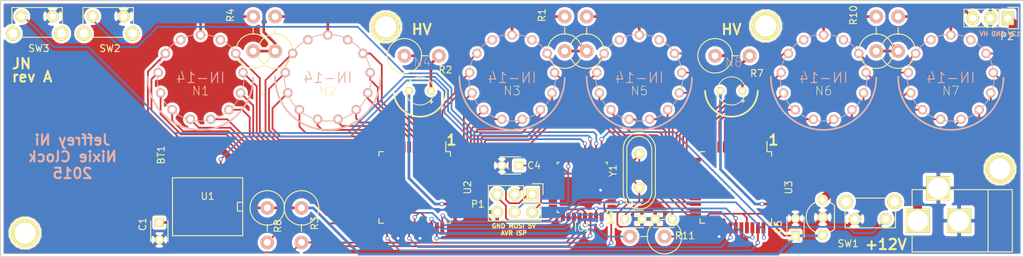
<source format=kicad_pcb>
(kicad_pcb (version 4) (host pcbnew 4.0.0-rc1-stable)
  (layers (0 F.Cu signal) (31 B.Cu signal) (34 B.Paste user) (35 F.Paste user) (36 B.SilkS user) (37 F.SilkS user) (38 B.Mask user) (39 F.Mask user) (44 Edge.Cuts user))
  (net 0 "")
  (net 1 "Net-(N1-Pad0)")
  (net 2 "Net-(N1-Pad1)")
  (net 3 "Net-(N1-Pad2)")
  (net 4 "Net-(N1-Pad3)")
  (net 5 "Net-(N1-Pad4)")
  (net 6 "Net-(N1-Pad5)")
  (net 7 "Net-(N1-Pad6)")
  (net 8 "Net-(N1-Pad7)")
  (net 9 "Net-(N1-Pad8)")
  (net 10 "Net-(N1-Pad9)")
  (net 11 "Net-(N1-PadA)")
  (net 12 "Net-(N1-PadLHDP)")
  (net 13 "Net-(N1-PadRHDP)")
  (net 14 "Net-(N2-Pad0)")
  (net 15 "Net-(N2-Pad1)")
  (net 16 "Net-(N2-Pad2)")
  (net 17 "Net-(N2-Pad3)")
  (net 18 "Net-(N2-Pad4)")
  (net 19 "Net-(N2-Pad5)")
  (net 20 "Net-(N2-Pad6)")
  (net 21 "Net-(N2-Pad7)")
  (net 22 "Net-(N2-Pad8)")
  (net 23 "Net-(N2-Pad9)")
  (net 24 "Net-(N2-PadA)")
  (net 25 "Net-(N2-PadLHDP)")
  (net 26 "Net-(N2-PadRHDP)")
  (net 27 "Net-(N3-PadA)")
  (net 28 "Net-(N4-PadA)")
  (net 29 "Net-(N4-PadK)")
  (net 30 "Net-(N5-Pad0)")
  (net 31 "Net-(N5-Pad1)")
  (net 32 "Net-(N5-Pad2)")
  (net 33 "Net-(N5-Pad3)")
  (net 34 "Net-(N5-Pad4)")
  (net 35 "Net-(N5-Pad5)")
  (net 36 "Net-(N5-Pad6)")
  (net 37 "Net-(N5-Pad7)")
  (net 38 "Net-(N5-Pad8)")
  (net 39 "Net-(N5-Pad9)")
  (net 40 "Net-(N5-PadA)")
  (net 41 "Net-(N5-PadLHDP)")
  (net 42 "Net-(N5-PadRHDP)")
  (net 43 "Net-(N6-Pad0)")
  (net 44 "Net-(N6-Pad1)")
  (net 45 "Net-(N6-Pad2)")
  (net 46 "Net-(N6-Pad3)")
  (net 47 "Net-(N6-Pad4)")
  (net 48 "Net-(N6-Pad5)")
  (net 49 "Net-(N6-Pad6)")
  (net 50 "Net-(N6-Pad7)")
  (net 51 "Net-(N6-Pad8)")
  (net 52 "Net-(N6-Pad9)")
  (net 53 "Net-(N6-PadA)")
  (net 54 "Net-(N6-PadLHDP)")
  (net 55 "Net-(N6-PadRHDP)")
  (net 56 "Net-(N7-Pad0)")
  (net 57 "Net-(N7-Pad1)")
  (net 58 "Net-(N7-Pad2)")
  (net 59 "Net-(N7-Pad3)")
  (net 60 "Net-(N7-Pad4)")
  (net 61 "Net-(N7-Pad5)")
  (net 62 "Net-(N7-Pad6)")
  (net 63 "Net-(N7-Pad7)")
  (net 64 "Net-(N7-Pad8)")
  (net 65 "Net-(N7-Pad9)")
  (net 66 "Net-(N7-PadA)")
  (net 67 "Net-(N7-PadLHDP)")
  (net 68 "Net-(N7-PadRHDP)")
  (net 69 "Net-(N8-PadA)")
  (net 70 "Net-(N8-PadK)")
  (net 71 +5V)
  (net 72 GND)
  (net 73 "Net-(C2-Pad2)")
  (net 74 "Net-(C3-Pad2)")
  (net 75 "Net-(IC1-Pad1)")
  (net 76 "Net-(IC1-Pad2)")
  (net 77 "Net-(IC1-Pad9)")
  (net 78 "Net-(IC1-Pad10)")
  (net 79 "Net-(IC1-Pad11)")
  (net 80 "Net-(IC1-Pad12)")
  (net 81 "Net-(IC1-Pad13)")
  (net 82 "Net-(IC1-Pad14)")
  (net 83 "Net-(IC1-Pad15)")
  (net 84 "Net-(IC1-Pad16)")
  (net 85 "Net-(IC1-Pad17)")
  (net 86 "Net-(IC1-Pad19)")
  (net 87 "Net-(IC1-Pad20)")
  (net 88 "Net-(IC1-Pad22)")
  (net 89 "Net-(IC1-Pad23)")
  (net 90 "Net-(IC1-Pad24)")
  (net 91 "Net-(IC1-Pad25)")
  (net 92 "Net-(IC1-Pad26)")
  (net 93 "Net-(IC1-Pad27)")
  (net 94 "Net-(IC1-Pad28)")
  (net 95 "Net-(IC1-Pad29)")
  (net 96 "Net-(IC1-Pad30)")
  (net 97 "Net-(IC1-Pad31)")
  (net 98 "Net-(IC1-Pad32)")
  (net 99 HT)
  (net 100 "Net-(U1-Pad1)")
  (net 101 "Net-(U1-Pad4)")
  (net 102 "Net-(BT1-Pad1)")
  (net 103 "Net-(N3-Pad2)")
  (net 104 "Net-(N3-Pad1)")
  (net 105 "Net-(U2-Pad23)")
  (net 106 "Net-(U2-Pad35)")
  (net 107 "Net-(N3-Pad0)")
  (net 108 "Net-(N3-Pad9)")
  (net 109 "Net-(N3-Pad8)")
  (net 110 "Net-(N3-Pad7)")
  (net 111 "Net-(N3-Pad6)")
  (net 112 "Net-(N3-Pad5)")
  (net 113 "Net-(N3-Pad4)")
  (net 114 "Net-(N3-Pad3)")
  (net 115 "Net-(U3-Pad23)")
  (net 116 "Net-(U3-Pad35)")
  (net 117 "Net-(N3-PadLHDP)")
  (net 118 "Net-(N3-PadRHDP)")
  (net 119 +12V)
  (module Pin_Headers:Pin_Header_Straight_2x03 (layer F.Cu) (at 98.806 94.996 270)
    (fp_text reference P1 (at 1.397 7.874 360) (layer F.SilkS))
    (fp_text value CONN_02X03 hide)
    (pad 1 thru_hole rect (at 0 0 270) (size 1.7272 1.7272) (drill 1.016) (layers *.Cu *.Mask F.SilkS) (net 84 "Net-(IC1-Pad16)"))
    (pad 2 thru_hole oval (at 2.54 0 270) (size 1.7272 1.7272) (drill 1.016) (layers *.Cu *.Mask F.SilkS) (net 71 +5V))
    (pad 3 thru_hole oval (at 0 2.54 270) (size 1.7272 1.7272) (drill 1.016) (layers *.Cu *.Mask F.SilkS) (net 85 "Net-(IC1-Pad17)"))
    (pad 4 thru_hole oval (at 2.54 2.54 270) (size 1.7272 1.7272) (drill 1.016) (layers *.Cu *.Mask F.SilkS) (net 83 "Net-(IC1-Pad15)"))
    (pad 5 thru_hole oval (at 0 5.08 270) (size 1.7272 1.7272) (drill 1.016) (layers *.Cu *.Mask F.SilkS) (net 95 "Net-(IC1-Pad29)"))
    (pad 6 thru_hole oval (at 2.54 5.08 270) (size 1.7272 1.7272) (drill 1.016) (layers *.Cu *.Mask F.SilkS) (net 72 GND))
  )
  (module Capacitors_ThroughHole:C_Disc_D3_P2.5 (layer F.Cu) (at 44.831 99.06 270)
    (fp_text reference C1 (at 0.254 2.413 270) (layer F.SilkS))
    (fp_text value 0.1uF)
    (pad 1 thru_hole rect (at 0 0 270) (size 1.3 1.3) (drill 0.8) (layers *.Cu *.Mask F.SilkS) (net 71 +5V))
    (pad 2 thru_hole circle (at 2.5 0 270) (size 1.3 1.3) (drill 0.8001) (layers *.Cu *.Mask F.SilkS) (net 72 GND))
  )
  (module Capacitors_ThroughHole:C_Disc_D3_P2.5 (layer F.Cu) (at 114.681 98.552 180)
    (fp_text reference C2 (at 1.25 -2.5 180) (layer F.SilkS))
    (fp_text value 22pF hide)
    (pad 1 thru_hole rect (at 0 0 180) (size 1.3 1.3) (drill 0.8) (layers *.Cu *.Mask F.SilkS) (net 72 GND))
    (pad 2 thru_hole circle (at 2.5 0 180) (size 1.3 1.3) (drill 0.8001) (layers *.Cu *.Mask F.SilkS) (net 73 "Net-(C2-Pad2)"))
  )
  (module Capacitors_ThroughHole:C_Disc_D3_P2.5 (layer F.Cu) (at 116.586 98.552)
    (fp_text reference C3 (at 1.27 2.54) (layer F.SilkS))
    (fp_text value 22pF hide)
    (pad 1 thru_hole rect (at 0 0) (size 1.3 1.3) (drill 0.8) (layers *.Cu *.Mask F.SilkS) (net 72 GND))
    (pad 2 thru_hole circle (at 2.5 0) (size 1.3 1.3) (drill 0.8001) (layers *.Cu *.Mask F.SilkS) (net 74 "Net-(C3-Pad2)"))
  )
  (module Capacitors_ThroughHole:C_Disc_D3_P2.5 (layer F.Cu) (at 96.901 90.805 180)
    (fp_text reference C4 (at -2.159 0 180) (layer F.SilkS))
    (fp_text value 0.1uF)
    (pad 1 thru_hole rect (at 0 0 180) (size 1.3 1.3) (drill 0.8) (layers *.Cu *.Mask F.SilkS) (net 71 +5V))
    (pad 2 thru_hole circle (at 2.5 0 180) (size 1.3 1.3) (drill 0.8001) (layers *.Cu *.Mask F.SilkS) (net 72 GND))
  )
  (module SMD_Packages:SO-16-L (layer F.Cu) (at 51.816 96.774 180)
    (fp_text reference U1 (at 0 1.524 180) (layer F.SilkS))
    (fp_text value DS3231N)
    (pad 1 smd rect (at -4.445 5.08 180) (size 0.635 1.905) (layers F.Cu F.Paste F.Mask) (net 100 "Net-(U1-Pad1)"))
    (pad 2 smd rect (at -3.175 5.08 180) (size 0.635 1.905) (layers F.Cu F.Paste F.Mask) (net 71 +5V))
    (pad 3 smd rect (at -1.905 5.08 180) (size 0.635 1.905) (layers F.Cu F.Paste F.Mask) (net 80 "Net-(IC1-Pad12)"))
    (pad 4 smd rect (at -0.635 5.08 180) (size 0.635 1.905) (layers F.Cu F.Paste F.Mask) (net 101 "Net-(U1-Pad4)"))
    (pad 5 smd rect (at 0.635 5.08 180) (size 0.635 1.905) (layers F.Cu F.Paste F.Mask) (net 72 GND))
    (pad 6 smd rect (at 1.905 5.08 180) (size 0.635 1.905) (layers F.Cu F.Paste F.Mask) (net 72 GND))
    (pad 7 smd rect (at 3.175 5.08 180) (size 0.635 1.905) (layers F.Cu F.Paste F.Mask) (net 72 GND))
    (pad 8 smd rect (at 4.445 5.08 180) (size 0.635 1.905) (layers F.Cu F.Paste F.Mask) (net 72 GND))
    (pad 9 smd rect (at 4.445 -5.08 180) (size 0.635 1.905) (layers F.Cu F.Paste F.Mask) (net 72 GND))
    (pad 10 smd rect (at 3.175 -5.08 180) (size 0.635 1.905) (layers F.Cu F.Paste F.Mask) (net 72 GND))
    (pad 11 smd rect (at 1.905 -5.08 180) (size 0.635 1.905) (layers F.Cu F.Paste F.Mask) (net 72 GND))
    (pad 12 smd rect (at 0.635 -5.08 180) (size 0.635 1.905) (layers F.Cu F.Paste F.Mask) (net 72 GND))
    (pad 13 smd rect (at -0.635 -5.08 180) (size 0.635 1.905) (layers F.Cu F.Paste F.Mask) (net 72 GND))
    (pad 14 smd rect (at -1.905 -5.08 180) (size 0.635 1.905) (layers F.Cu F.Paste F.Mask) (net 102 "Net-(BT1-Pad1)"))
    (pad 15 smd rect (at -3.175 -5.08 180) (size 0.635 1.905) (layers F.Cu F.Paste F.Mask) (net 93 "Net-(IC1-Pad27)"))
    (pad 16 smd rect (at -4.445 -5.08 180) (size 0.635 1.905) (layers F.Cu F.Paste F.Mask) (net 94 "Net-(IC1-Pad28)"))
  )
  (module Housings_QFP:LQFP-44_10x10mm_Pitch0.8mm (layer F.Cu) (at 81.788 93.98 270)
    (fp_text reference U2 (at 0 -7.65 270) (layer F.SilkS))
    (fp_text value HV5622)
    (pad 1 smd rect (at -5.85 -4 270) (size 1.6 0.56) (layers F.Cu F.Paste F.Mask) (net 103 "Net-(N3-Pad2)"))
    (pad 2 smd rect (at -5.85 -3.2 270) (size 1.6 0.56) (layers F.Cu F.Paste F.Mask) (net 104 "Net-(N3-Pad1)"))
    (pad 3 smd rect (at -5.85 -2.4 270) (size 1.6 0.56) (layers F.Cu F.Paste F.Mask) (net 14 "Net-(N2-Pad0)"))
    (pad 4 smd rect (at -5.85 -1.6 270) (size 1.6 0.56) (layers F.Cu F.Paste F.Mask) (net 23 "Net-(N2-Pad9)"))
    (pad 5 smd rect (at -5.85 -0.8 270) (size 1.6 0.56) (layers F.Cu F.Paste F.Mask) (net 22 "Net-(N2-Pad8)"))
    (pad 6 smd rect (at -5.85 0 270) (size 1.6 0.56) (layers F.Cu F.Paste F.Mask) (net 21 "Net-(N2-Pad7)"))
    (pad 7 smd rect (at -5.85 0.8 270) (size 1.6 0.56) (layers F.Cu F.Paste F.Mask) (net 20 "Net-(N2-Pad6)"))
    (pad 8 smd rect (at -5.85 1.6 270) (size 1.6 0.56) (layers F.Cu F.Paste F.Mask) (net 19 "Net-(N2-Pad5)"))
    (pad 9 smd rect (at -5.85 2.4 270) (size 1.6 0.56) (layers F.Cu F.Paste F.Mask) (net 18 "Net-(N2-Pad4)"))
    (pad 10 smd rect (at -5.85 3.2 270) (size 1.6 0.56) (layers F.Cu F.Paste F.Mask) (net 17 "Net-(N2-Pad3)"))
    (pad 11 smd rect (at -5.85 4 270) (size 1.6 0.56) (layers F.Cu F.Paste F.Mask) (net 16 "Net-(N2-Pad2)"))
    (pad 12 smd rect (at -4 5.85) (size 1.6 0.56) (layers F.Cu F.Paste F.Mask) (net 15 "Net-(N2-Pad1)"))
    (pad 13 smd rect (at -3.2 5.85) (size 1.6 0.56) (layers F.Cu F.Paste F.Mask) (net 1 "Net-(N1-Pad0)"))
    (pad 14 smd rect (at -2.4 5.85) (size 1.6 0.56) (layers F.Cu F.Paste F.Mask) (net 10 "Net-(N1-Pad9)"))
    (pad 15 smd rect (at -1.6 5.85) (size 1.6 0.56) (layers F.Cu F.Paste F.Mask) (net 9 "Net-(N1-Pad8)"))
    (pad 16 smd rect (at -0.8 5.85) (size 1.6 0.56) (layers F.Cu F.Paste F.Mask) (net 8 "Net-(N1-Pad7)"))
    (pad 17 smd rect (at 0 5.85) (size 1.6 0.56) (layers F.Cu F.Paste F.Mask) (net 7 "Net-(N1-Pad6)"))
    (pad 18 smd rect (at 0.8 5.85) (size 1.6 0.56) (layers F.Cu F.Paste F.Mask) (net 6 "Net-(N1-Pad5)"))
    (pad 19 smd rect (at 1.6 5.85) (size 1.6 0.56) (layers F.Cu F.Paste F.Mask) (net 5 "Net-(N1-Pad4)"))
    (pad 20 smd rect (at 2.4 5.85) (size 1.6 0.56) (layers F.Cu F.Paste F.Mask) (net 4 "Net-(N1-Pad3)"))
    (pad 21 smd rect (at 3.2 5.85) (size 1.6 0.56) (layers F.Cu F.Paste F.Mask) (net 3 "Net-(N1-Pad2)"))
    (pad 22 smd rect (at 4 5.85) (size 1.6 0.56) (layers F.Cu F.Paste F.Mask) (net 2 "Net-(N1-Pad1)"))
    (pad 23 smd rect (at 5.85 4 270) (size 1.6 0.56) (layers F.Cu F.Paste F.Mask) (net 105 "Net-(U2-Pad23)"))
    (pad 24 smd rect (at 5.85 3.2 270) (size 1.6 0.56) (layers F.Cu F.Paste F.Mask) (net 72 GND))
    (pad 25 smd rect (at 5.85 2.4 270) (size 1.6 0.56) (layers F.Cu F.Paste F.Mask) (net 72 GND))
    (pad 26 smd rect (at 5.85 1.6 270) (size 1.6 0.56) (layers F.Cu F.Paste F.Mask) (net 72 GND))
    (pad 27 smd rect (at 5.85 0.8 270) (size 1.6 0.56) (layers F.Cu F.Paste F.Mask) (net 76 "Net-(IC1-Pad2)"))
    (pad 28 smd rect (at 5.85 0 270) (size 1.6 0.56) (layers F.Cu F.Paste F.Mask) (net 97 "Net-(IC1-Pad31)"))
    (pad 29 smd rect (at 5.85 -0.8 270) (size 1.6 0.56) (layers F.Cu F.Paste F.Mask) (net 72 GND))
    (pad 30 smd rect (at 5.85 -1.6 270) (size 1.6 0.56) (layers F.Cu F.Paste F.Mask) (net 71 +5V))
    (pad 31 smd rect (at 5.85 -2.4 270) (size 1.6 0.56) (layers F.Cu F.Paste F.Mask) (net 98 "Net-(IC1-Pad32)"))
    (pad 32 smd rect (at 5.85 -3.2 270) (size 1.6 0.56) (layers F.Cu F.Paste F.Mask) (net 96 "Net-(IC1-Pad30)"))
    (pad 33 smd rect (at 5.85 -4 270) (size 1.6 0.56) (layers F.Cu F.Paste F.Mask) (net 75 "Net-(IC1-Pad1)"))
    (pad 34 smd rect (at 4 -5.85) (size 1.6 0.56) (layers F.Cu F.Paste F.Mask) (net 72 GND))
    (pad 35 smd rect (at 3.2 -5.85) (size 1.6 0.56) (layers F.Cu F.Paste F.Mask) (net 106 "Net-(U2-Pad35)"))
    (pad 36 smd rect (at 2.4 -5.85) (size 1.6 0.56) (layers F.Cu F.Paste F.Mask) (net 29 "Net-(N4-PadK)"))
    (pad 37 smd rect (at 1.6 -5.85) (size 1.6 0.56) (layers F.Cu F.Paste F.Mask) (net 107 "Net-(N3-Pad0)"))
    (pad 38 smd rect (at 0.8 -5.85) (size 1.6 0.56) (layers F.Cu F.Paste F.Mask) (net 108 "Net-(N3-Pad9)"))
    (pad 39 smd rect (at 0 -5.85) (size 1.6 0.56) (layers F.Cu F.Paste F.Mask) (net 109 "Net-(N3-Pad8)"))
    (pad 40 smd rect (at -0.8 -5.85) (size 1.6 0.56) (layers F.Cu F.Paste F.Mask) (net 110 "Net-(N3-Pad7)"))
    (pad 41 smd rect (at -1.6 -5.85) (size 1.6 0.56) (layers F.Cu F.Paste F.Mask) (net 111 "Net-(N3-Pad6)"))
    (pad 42 smd rect (at -2.4 -5.85) (size 1.6 0.56) (layers F.Cu F.Paste F.Mask) (net 112 "Net-(N3-Pad5)"))
    (pad 43 smd rect (at -3.2 -5.85) (size 1.6 0.56) (layers F.Cu F.Paste F.Mask) (net 113 "Net-(N3-Pad4)"))
    (pad 44 smd rect (at -4 -5.85) (size 1.6 0.56) (layers F.Cu F.Paste F.Mask) (net 114 "Net-(N3-Pad3)"))
  )
  (module Housings_QFP:LQFP-44_10x10mm_Pitch0.8mm (layer F.Cu) (at 128.27 93.98 270)
    (fp_text reference U3 (at 0 -7.65 270) (layer F.SilkS))
    (fp_text value HV5622)
    (pad 1 smd rect (at -5.85 -4 270) (size 1.6 0.56) (layers F.Cu F.Paste F.Mask) (net 58 "Net-(N7-Pad2)"))
    (pad 2 smd rect (at -5.85 -3.2 270) (size 1.6 0.56) (layers F.Cu F.Paste F.Mask) (net 57 "Net-(N7-Pad1)"))
    (pad 3 smd rect (at -5.85 -2.4 270) (size 1.6 0.56) (layers F.Cu F.Paste F.Mask) (net 43 "Net-(N6-Pad0)"))
    (pad 4 smd rect (at -5.85 -1.6 270) (size 1.6 0.56) (layers F.Cu F.Paste F.Mask) (net 52 "Net-(N6-Pad9)"))
    (pad 5 smd rect (at -5.85 -0.8 270) (size 1.6 0.56) (layers F.Cu F.Paste F.Mask) (net 51 "Net-(N6-Pad8)"))
    (pad 6 smd rect (at -5.85 0 270) (size 1.6 0.56) (layers F.Cu F.Paste F.Mask) (net 50 "Net-(N6-Pad7)"))
    (pad 7 smd rect (at -5.85 0.8 270) (size 1.6 0.56) (layers F.Cu F.Paste F.Mask) (net 49 "Net-(N6-Pad6)"))
    (pad 8 smd rect (at -5.85 1.6 270) (size 1.6 0.56) (layers F.Cu F.Paste F.Mask) (net 48 "Net-(N6-Pad5)"))
    (pad 9 smd rect (at -5.85 2.4 270) (size 1.6 0.56) (layers F.Cu F.Paste F.Mask) (net 47 "Net-(N6-Pad4)"))
    (pad 10 smd rect (at -5.85 3.2 270) (size 1.6 0.56) (layers F.Cu F.Paste F.Mask) (net 46 "Net-(N6-Pad3)"))
    (pad 11 smd rect (at -5.85 4 270) (size 1.6 0.56) (layers F.Cu F.Paste F.Mask) (net 45 "Net-(N6-Pad2)"))
    (pad 12 smd rect (at -4 5.85) (size 1.6 0.56) (layers F.Cu F.Paste F.Mask) (net 44 "Net-(N6-Pad1)"))
    (pad 13 smd rect (at -3.2 5.85) (size 1.6 0.56) (layers F.Cu F.Paste F.Mask) (net 30 "Net-(N5-Pad0)"))
    (pad 14 smd rect (at -2.4 5.85) (size 1.6 0.56) (layers F.Cu F.Paste F.Mask) (net 39 "Net-(N5-Pad9)"))
    (pad 15 smd rect (at -1.6 5.85) (size 1.6 0.56) (layers F.Cu F.Paste F.Mask) (net 38 "Net-(N5-Pad8)"))
    (pad 16 smd rect (at -0.8 5.85) (size 1.6 0.56) (layers F.Cu F.Paste F.Mask) (net 37 "Net-(N5-Pad7)"))
    (pad 17 smd rect (at 0 5.85) (size 1.6 0.56) (layers F.Cu F.Paste F.Mask) (net 36 "Net-(N5-Pad6)"))
    (pad 18 smd rect (at 0.8 5.85) (size 1.6 0.56) (layers F.Cu F.Paste F.Mask) (net 35 "Net-(N5-Pad5)"))
    (pad 19 smd rect (at 1.6 5.85) (size 1.6 0.56) (layers F.Cu F.Paste F.Mask) (net 34 "Net-(N5-Pad4)"))
    (pad 20 smd rect (at 2.4 5.85) (size 1.6 0.56) (layers F.Cu F.Paste F.Mask) (net 33 "Net-(N5-Pad3)"))
    (pad 21 smd rect (at 3.2 5.85) (size 1.6 0.56) (layers F.Cu F.Paste F.Mask) (net 32 "Net-(N5-Pad2)"))
    (pad 22 smd rect (at 4 5.85) (size 1.6 0.56) (layers F.Cu F.Paste F.Mask) (net 31 "Net-(N5-Pad1)"))
    (pad 23 smd rect (at 5.85 4 270) (size 1.6 0.56) (layers F.Cu F.Paste F.Mask) (net 115 "Net-(U3-Pad23)"))
    (pad 24 smd rect (at 5.85 3.2 270) (size 1.6 0.56) (layers F.Cu F.Paste F.Mask) (net 72 GND))
    (pad 25 smd rect (at 5.85 2.4 270) (size 1.6 0.56) (layers F.Cu F.Paste F.Mask) (net 72 GND))
    (pad 26 smd rect (at 5.85 1.6 270) (size 1.6 0.56) (layers F.Cu F.Paste F.Mask) (net 72 GND))
    (pad 27 smd rect (at 5.85 0.8 270) (size 1.6 0.56) (layers F.Cu F.Paste F.Mask) (net 76 "Net-(IC1-Pad2)"))
    (pad 28 smd rect (at 5.85 0 270) (size 1.6 0.56) (layers F.Cu F.Paste F.Mask) (net 97 "Net-(IC1-Pad31)"))
    (pad 29 smd rect (at 5.85 -0.8 270) (size 1.6 0.56) (layers F.Cu F.Paste F.Mask) (net 72 GND))
    (pad 30 smd rect (at 5.85 -1.6 270) (size 1.6 0.56) (layers F.Cu F.Paste F.Mask) (net 71 +5V))
    (pad 31 smd rect (at 5.85 -2.4 270) (size 1.6 0.56) (layers F.Cu F.Paste F.Mask) (net 98 "Net-(IC1-Pad32)"))
    (pad 32 smd rect (at 5.85 -3.2 270) (size 1.6 0.56) (layers F.Cu F.Paste F.Mask) (net 105 "Net-(U2-Pad23)"))
    (pad 33 smd rect (at 5.85 -4 270) (size 1.6 0.56) (layers F.Cu F.Paste F.Mask) (net 75 "Net-(IC1-Pad1)"))
    (pad 34 smd rect (at 4 -5.85) (size 1.6 0.56) (layers F.Cu F.Paste F.Mask) (net 72 GND))
    (pad 35 smd rect (at 3.2 -5.85) (size 1.6 0.56) (layers F.Cu F.Paste F.Mask) (net 116 "Net-(U3-Pad35)"))
    (pad 36 smd rect (at 2.4 -5.85) (size 1.6 0.56) (layers F.Cu F.Paste F.Mask) (net 70 "Net-(N8-PadK)"))
    (pad 37 smd rect (at 1.6 -5.85) (size 1.6 0.56) (layers F.Cu F.Paste F.Mask) (net 56 "Net-(N7-Pad0)"))
    (pad 38 smd rect (at 0.8 -5.85) (size 1.6 0.56) (layers F.Cu F.Paste F.Mask) (net 65 "Net-(N7-Pad9)"))
    (pad 39 smd rect (at 0 -5.85) (size 1.6 0.56) (layers F.Cu F.Paste F.Mask) (net 64 "Net-(N7-Pad8)"))
    (pad 40 smd rect (at -0.8 -5.85) (size 1.6 0.56) (layers F.Cu F.Paste F.Mask) (net 63 "Net-(N7-Pad7)"))
    (pad 41 smd rect (at -1.6 -5.85) (size 1.6 0.56) (layers F.Cu F.Paste F.Mask) (net 62 "Net-(N7-Pad6)"))
    (pad 42 smd rect (at -2.4 -5.85) (size 1.6 0.56) (layers F.Cu F.Paste F.Mask) (net 61 "Net-(N7-Pad5)"))
    (pad 43 smd rect (at -3.2 -5.85) (size 1.6 0.56) (layers F.Cu F.Paste F.Mask) (net 60 "Net-(N7-Pad4)"))
    (pad 44 smd rect (at -4 -5.85) (size 1.6 0.56) (layers F.Cu F.Paste F.Mask) (net 59 "Net-(N7-Pad3)"))
  )
  (module Housings_QFP:LQFP-32_7x7mm_Pitch0.8mm (layer F.Cu) (at 106.045 93.98 180)
    (fp_text reference IC1 (at 0 -5.85 180) (layer F.SilkS))
    (fp_text value ATMEGA328P-M)
    (pad 1 smd rect (at -4.25 -2.8 180) (size 1.2 0.6) (layers F.Cu F.Paste F.Mask) (net 75 "Net-(IC1-Pad1)"))
    (pad 2 smd rect (at -4.25 -2 180) (size 1.2 0.6) (layers F.Cu F.Paste F.Mask) (net 76 "Net-(IC1-Pad2)"))
    (pad 3 smd rect (at -4.25 -1.2 180) (size 1.2 0.6) (layers F.Cu F.Paste F.Mask) (net 72 GND))
    (pad 4 smd rect (at -4.25 -0.4 180) (size 1.2 0.6) (layers F.Cu F.Paste F.Mask) (net 71 +5V))
    (pad 5 smd rect (at -4.25 0.4 180) (size 1.2 0.6) (layers F.Cu F.Paste F.Mask) (net 72 GND))
    (pad 6 smd rect (at -4.25 1.2 180) (size 1.2 0.6) (layers F.Cu F.Paste F.Mask) (net 71 +5V))
    (pad 7 smd rect (at -4.25 2 180) (size 1.2 0.6) (layers F.Cu F.Paste F.Mask) (net 73 "Net-(C2-Pad2)"))
    (pad 8 smd rect (at -4.25 2.8 180) (size 1.2 0.6) (layers F.Cu F.Paste F.Mask) (net 74 "Net-(C3-Pad2)"))
    (pad 9 smd rect (at -2.8 4.25 270) (size 1.2 0.6) (layers F.Cu F.Paste F.Mask) (net 77 "Net-(IC1-Pad9)"))
    (pad 10 smd rect (at -2 4.25 270) (size 1.2 0.6) (layers F.Cu F.Paste F.Mask) (net 78 "Net-(IC1-Pad10)"))
    (pad 11 smd rect (at -1.2 4.25 270) (size 1.2 0.6) (layers F.Cu F.Paste F.Mask) (net 79 "Net-(IC1-Pad11)"))
    (pad 12 smd rect (at -0.4 4.25 270) (size 1.2 0.6) (layers F.Cu F.Paste F.Mask) (net 80 "Net-(IC1-Pad12)"))
    (pad 13 smd rect (at 0.4 4.25 270) (size 1.2 0.6) (layers F.Cu F.Paste F.Mask) (net 81 "Net-(IC1-Pad13)"))
    (pad 14 smd rect (at 1.2 4.25 270) (size 1.2 0.6) (layers F.Cu F.Paste F.Mask) (net 82 "Net-(IC1-Pad14)"))
    (pad 15 smd rect (at 2 4.25 270) (size 1.2 0.6) (layers F.Cu F.Paste F.Mask) (net 83 "Net-(IC1-Pad15)"))
    (pad 16 smd rect (at 2.8 4.25 270) (size 1.2 0.6) (layers F.Cu F.Paste F.Mask) (net 84 "Net-(IC1-Pad16)"))
    (pad 17 smd rect (at 4.25 2.8 180) (size 1.2 0.6) (layers F.Cu F.Paste F.Mask) (net 85 "Net-(IC1-Pad17)"))
    (pad 18 smd rect (at 4.25 2 180) (size 1.2 0.6) (layers F.Cu F.Paste F.Mask) (net 71 +5V))
    (pad 19 smd rect (at 4.25 1.2 180) (size 1.2 0.6) (layers F.Cu F.Paste F.Mask) (net 86 "Net-(IC1-Pad19)"))
    (pad 20 smd rect (at 4.25 0.4 180) (size 1.2 0.6) (layers F.Cu F.Paste F.Mask) (net 87 "Net-(IC1-Pad20)"))
    (pad 21 smd rect (at 4.25 -0.4 180) (size 1.2 0.6) (layers F.Cu F.Paste F.Mask) (net 72 GND))
    (pad 22 smd rect (at 4.25 -1.2 180) (size 1.2 0.6) (layers F.Cu F.Paste F.Mask) (net 88 "Net-(IC1-Pad22)"))
    (pad 23 smd rect (at 4.25 -2 180) (size 1.2 0.6) (layers F.Cu F.Paste F.Mask) (net 89 "Net-(IC1-Pad23)"))
    (pad 24 smd rect (at 4.25 -2.8 180) (size 1.2 0.6) (layers F.Cu F.Paste F.Mask) (net 90 "Net-(IC1-Pad24)"))
    (pad 25 smd rect (at 2.8 -4.25 270) (size 1.2 0.6) (layers F.Cu F.Paste F.Mask) (net 91 "Net-(IC1-Pad25)"))
    (pad 26 smd rect (at 2 -4.25 270) (size 1.2 0.6) (layers F.Cu F.Paste F.Mask) (net 92 "Net-(IC1-Pad26)"))
    (pad 27 smd rect (at 1.2 -4.25 270) (size 1.2 0.6) (layers F.Cu F.Paste F.Mask) (net 93 "Net-(IC1-Pad27)"))
    (pad 28 smd rect (at 0.4 -4.25 270) (size 1.2 0.6) (layers F.Cu F.Paste F.Mask) (net 94 "Net-(IC1-Pad28)"))
    (pad 29 smd rect (at -0.4 -4.25 270) (size 1.2 0.6) (layers F.Cu F.Paste F.Mask) (net 95 "Net-(IC1-Pad29)"))
    (pad 30 smd rect (at -1.2 -4.25 270) (size 1.2 0.6) (layers F.Cu F.Paste F.Mask) (net 96 "Net-(IC1-Pad30)"))
    (pad 31 smd rect (at -2 -4.25 270) (size 1.2 0.6) (layers F.Cu F.Paste F.Mask) (net 97 "Net-(IC1-Pad31)"))
    (pad 32 smd rect (at -2.8 -4.25 270) (size 1.2 0.6) (layers F.Cu F.Paste F.Mask) (net 98 "Net-(IC1-Pad32)"))
  )
  (module russian-nixies:russian-nixies-IN-14 (layer B.Cu) (at 50.8 78.105)
    (fp_text reference N1 (at 0 1.905) (layer F.SilkS) (effects (font (size 1.27 1.27) (thickness 0.0889))))
    (fp_text value IN-14 (at 0 0 180) (layer B.SilkS) (effects (justify mirror)))
    (pad 0 thru_hole circle (at 5.0927 -3.51536) (size 1.3462 1.3462) (drill 0.8382) (layers *.Cu B.Paste B.SilkS B.Mask) (net 1 "Net-(N1-Pad0)"))
    (pad 1 thru_hole circle (at -5.0927 -3.51536) (size 1.3462 1.3462) (drill 0.8382) (layers *.Cu B.Paste B.SilkS B.Mask) (net 2 "Net-(N1-Pad1)"))
    (pad 2 thru_hole circle (at -6.14426 -0.74422) (size 1.3462 1.3462) (drill 0.8382) (layers *.Cu B.Paste B.SilkS B.Mask) (net 3 "Net-(N1-Pad2)"))
    (pad 3 thru_hole circle (at -5.78612 2.19456) (size 1.3462 1.3462) (drill 0.8382) (layers *.Cu B.Paste B.SilkS B.Mask) (net 4 "Net-(N1-Pad3)"))
    (pad 4 thru_hole circle (at -4.10464 4.63296) (size 1.3462 1.3462) (drill 0.8382) (layers *.Cu B.Paste B.SilkS B.Mask) (net 5 "Net-(N1-Pad4)"))
    (pad 5 thru_hole circle (at -1.48082 6.00964) (size 1.3462 1.3462) (drill 0.8382) (layers *.Cu B.Paste B.SilkS B.Mask) (net 6 "Net-(N1-Pad5)"))
    (pad 6 thru_hole circle (at 1.48082 6.00964) (size 1.3462 1.3462) (drill 0.8382) (layers *.Cu B.Paste B.SilkS B.Mask) (net 7 "Net-(N1-Pad6)"))
    (pad 7 thru_hole circle (at 4.10464 4.63296) (size 1.3462 1.3462) (drill 0.8382) (layers *.Cu B.Paste B.SilkS B.Mask) (net 8 "Net-(N1-Pad7)"))
    (pad 8 thru_hole circle (at 5.78612 2.19456) (size 1.3462 1.3462) (drill 0.8382) (layers *.Cu B.Paste B.SilkS B.Mask) (net 9 "Net-(N1-Pad8)"))
    (pad 9 thru_hole circle (at 6.14426 -0.74422) (size 1.3462 1.3462) (drill 0.8382) (layers *.Cu B.Paste B.SilkS B.Mask) (net 10 "Net-(N1-Pad9)"))
    (pad A thru_hole circle (at 0 -6.18744) (size 1.3462 1.3462) (drill 0.8382) (layers *.Cu B.Paste B.SilkS B.Mask) (net 11 "Net-(N1-PadA)"))
    (pad LHDP thru_hole circle (at 2.87528 -5.47878) (size 1.3462 1.3462) (drill 0.8382) (layers *.Cu B.Paste B.SilkS B.Mask) (net 12 "Net-(N1-PadLHDP)"))
    (pad RHDP thru_hole circle (at -2.87528 -5.47878) (size 1.3462 1.3462) (drill 0.8382) (layers *.Cu B.Paste B.SilkS B.Mask) (net 13 "Net-(N1-PadRHDP)"))
  )
  (module russian-nixies:russian-nixies-IN-14 (layer B.Cu) (at 69.215 78.105)
    (fp_text reference N2 (at 0 1.905) (layer F.SilkS) (effects (font (size 1.27 1.27) (thickness 0.0889))))
    (fp_text value IN-14 (at 0 0) (layer B.SilkS) (effects (justify mirror)))
    (pad 0 thru_hole circle (at 5.0927 -3.51536) (size 1.3462 1.3462) (drill 0.8382) (layers *.Cu B.Paste B.SilkS B.Mask) (net 14 "Net-(N2-Pad0)"))
    (pad 1 thru_hole circle (at -5.0927 -3.51536) (size 1.3462 1.3462) (drill 0.8382) (layers *.Cu B.Paste B.SilkS B.Mask) (net 15 "Net-(N2-Pad1)"))
    (pad 2 thru_hole circle (at -6.14426 -0.74422) (size 1.3462 1.3462) (drill 0.8382) (layers *.Cu B.Paste B.SilkS B.Mask) (net 16 "Net-(N2-Pad2)"))
    (pad 3 thru_hole circle (at -5.78612 2.19456) (size 1.3462 1.3462) (drill 0.8382) (layers *.Cu B.Paste B.SilkS B.Mask) (net 17 "Net-(N2-Pad3)"))
    (pad 4 thru_hole circle (at -4.10464 4.63296) (size 1.3462 1.3462) (drill 0.8382) (layers *.Cu B.Paste B.SilkS B.Mask) (net 18 "Net-(N2-Pad4)"))
    (pad 5 thru_hole circle (at -1.48082 6.00964) (size 1.3462 1.3462) (drill 0.8382) (layers *.Cu B.Paste B.SilkS B.Mask) (net 19 "Net-(N2-Pad5)"))
    (pad 6 thru_hole circle (at 1.48082 6.00964) (size 1.3462 1.3462) (drill 0.8382) (layers *.Cu B.Paste B.SilkS B.Mask) (net 20 "Net-(N2-Pad6)"))
    (pad 7 thru_hole circle (at 4.10464 4.63296) (size 1.3462 1.3462) (drill 0.8382) (layers *.Cu B.Paste B.SilkS B.Mask) (net 21 "Net-(N2-Pad7)"))
    (pad 8 thru_hole circle (at 5.78612 2.19456) (size 1.3462 1.3462) (drill 0.8382) (layers *.Cu B.Paste B.SilkS B.Mask) (net 22 "Net-(N2-Pad8)"))
    (pad 9 thru_hole circle (at 6.14426 -0.74422) (size 1.3462 1.3462) (drill 0.8382) (layers *.Cu B.Paste B.SilkS B.Mask) (net 23 "Net-(N2-Pad9)"))
    (pad A thru_hole circle (at 0 -6.18744) (size 1.3462 1.3462) (drill 0.8382) (layers *.Cu B.Paste B.SilkS B.Mask) (net 24 "Net-(N2-PadA)"))
    (pad LHDP thru_hole circle (at 2.87528 -5.47878) (size 1.3462 1.3462) (drill 0.8382) (layers *.Cu B.Paste B.SilkS B.Mask) (net 25 "Net-(N2-PadLHDP)"))
    (pad RHDP thru_hole circle (at -2.87528 -5.47878) (size 1.3462 1.3462) (drill 0.8382) (layers *.Cu B.Paste B.SilkS B.Mask) (net 26 "Net-(N2-PadRHDP)"))
  )
  (module russian-nixies:russian-nixies-IN-14 (layer B.Cu) (at 95.885 78.105)
    (fp_text reference N3 (at 0 1.905) (layer F.SilkS) (effects (font (size 1.27 1.27) (thickness 0.0889))))
    (fp_text value IN-14 (at 0 0 180) (layer B.SilkS) (effects (justify mirror)))
    (pad 0 thru_hole circle (at 5.0927 -3.51536) (size 1.3462 1.3462) (drill 0.8382) (layers *.Cu B.Paste B.SilkS B.Mask) (net 107 "Net-(N3-Pad0)"))
    (pad 1 thru_hole circle (at -5.0927 -3.51536) (size 1.3462 1.3462) (drill 0.8382) (layers *.Cu B.Paste B.SilkS B.Mask) (net 104 "Net-(N3-Pad1)"))
    (pad 2 thru_hole circle (at -6.14426 -0.74422) (size 1.3462 1.3462) (drill 0.8382) (layers *.Cu B.Paste B.SilkS B.Mask) (net 103 "Net-(N3-Pad2)"))
    (pad 3 thru_hole circle (at -5.78612 2.19456) (size 1.3462 1.3462) (drill 0.8382) (layers *.Cu B.Paste B.SilkS B.Mask) (net 114 "Net-(N3-Pad3)"))
    (pad 4 thru_hole circle (at -4.10464 4.63296) (size 1.3462 1.3462) (drill 0.8382) (layers *.Cu B.Paste B.SilkS B.Mask) (net 113 "Net-(N3-Pad4)"))
    (pad 5 thru_hole circle (at -1.48082 6.00964) (size 1.3462 1.3462) (drill 0.8382) (layers *.Cu B.Paste B.SilkS B.Mask) (net 112 "Net-(N3-Pad5)"))
    (pad 6 thru_hole circle (at 1.48082 6.00964) (size 1.3462 1.3462) (drill 0.8382) (layers *.Cu B.Paste B.SilkS B.Mask) (net 111 "Net-(N3-Pad6)"))
    (pad 7 thru_hole circle (at 4.10464 4.63296) (size 1.3462 1.3462) (drill 0.8382) (layers *.Cu B.Paste B.SilkS B.Mask) (net 110 "Net-(N3-Pad7)"))
    (pad 8 thru_hole circle (at 5.78612 2.19456) (size 1.3462 1.3462) (drill 0.8382) (layers *.Cu B.Paste B.SilkS B.Mask) (net 109 "Net-(N3-Pad8)"))
    (pad 9 thru_hole circle (at 6.14426 -0.74422) (size 1.3462 1.3462) (drill 0.8382) (layers *.Cu B.Paste B.SilkS B.Mask) (net 108 "Net-(N3-Pad9)"))
    (pad A thru_hole circle (at 0 -6.18744) (size 1.3462 1.3462) (drill 0.8382) (layers *.Cu B.Paste B.SilkS B.Mask) (net 27 "Net-(N3-PadA)"))
    (pad LHDP thru_hole circle (at 2.87528 -5.47878) (size 1.3462 1.3462) (drill 0.8382) (layers *.Cu B.Paste B.SilkS B.Mask) (net 117 "Net-(N3-PadLHDP)"))
    (pad RHDP thru_hole circle (at -2.87528 -5.47878) (size 1.3462 1.3462) (drill 0.8382) (layers *.Cu B.Paste B.SilkS B.Mask) (net 118 "Net-(N3-PadRHDP)"))
  )
  (module russian-nixies:russian-nixies-IN-3 (layer F.Cu) (at 82.55 80.01 180)
    (fp_text reference N4 (at -0.3175 4.1275 180) (layer B.SilkS) (effects (font (size 1.27 1.27) (thickness 0.0889))))
    (fp_text value IN-3 hide)
    (pad A thru_hole circle (at -1.5875 0 180) (size 1.10744 2.21488) (drill 0.59944) (layers *.Cu F.Paste F.SilkS F.Mask) (net 28 "Net-(N4-PadA)"))
    (pad K thru_hole circle (at 1.5875 0 180) (size 1.10744 2.21488) (drill 0.59944) (layers *.Cu F.Paste F.SilkS F.Mask) (net 29 "Net-(N4-PadK)"))
  )
  (module russian-nixies:russian-nixies-IN-14 (layer B.Cu) (at 114.3 78.105)
    (fp_text reference N5 (at 0 1.905) (layer F.SilkS) (effects (font (size 1.27 1.27) (thickness 0.0889))))
    (fp_text value IN-14 (at 0 0) (layer B.SilkS) (effects (justify mirror)))
    (pad 0 thru_hole circle (at 5.0927 -3.51536) (size 1.3462 1.3462) (drill 0.8382) (layers *.Cu B.Paste B.SilkS B.Mask) (net 30 "Net-(N5-Pad0)"))
    (pad 1 thru_hole circle (at -5.0927 -3.51536) (size 1.3462 1.3462) (drill 0.8382) (layers *.Cu B.Paste B.SilkS B.Mask) (net 31 "Net-(N5-Pad1)"))
    (pad 2 thru_hole circle (at -6.14426 -0.74422) (size 1.3462 1.3462) (drill 0.8382) (layers *.Cu B.Paste B.SilkS B.Mask) (net 32 "Net-(N5-Pad2)"))
    (pad 3 thru_hole circle (at -5.78612 2.19456) (size 1.3462 1.3462) (drill 0.8382) (layers *.Cu B.Paste B.SilkS B.Mask) (net 33 "Net-(N5-Pad3)"))
    (pad 4 thru_hole circle (at -4.10464 4.63296) (size 1.3462 1.3462) (drill 0.8382) (layers *.Cu B.Paste B.SilkS B.Mask) (net 34 "Net-(N5-Pad4)"))
    (pad 5 thru_hole circle (at -1.48082 6.00964) (size 1.3462 1.3462) (drill 0.8382) (layers *.Cu B.Paste B.SilkS B.Mask) (net 35 "Net-(N5-Pad5)"))
    (pad 6 thru_hole circle (at 1.48082 6.00964) (size 1.3462 1.3462) (drill 0.8382) (layers *.Cu B.Paste B.SilkS B.Mask) (net 36 "Net-(N5-Pad6)"))
    (pad 7 thru_hole circle (at 4.10464 4.63296) (size 1.3462 1.3462) (drill 0.8382) (layers *.Cu B.Paste B.SilkS B.Mask) (net 37 "Net-(N5-Pad7)"))
    (pad 8 thru_hole circle (at 5.78612 2.19456) (size 1.3462 1.3462) (drill 0.8382) (layers *.Cu B.Paste B.SilkS B.Mask) (net 38 "Net-(N5-Pad8)"))
    (pad 9 thru_hole circle (at 6.14426 -0.74422) (size 1.3462 1.3462) (drill 0.8382) (layers *.Cu B.Paste B.SilkS B.Mask) (net 39 "Net-(N5-Pad9)"))
    (pad A thru_hole circle (at 0 -6.18744) (size 1.3462 1.3462) (drill 0.8382) (layers *.Cu B.Paste B.SilkS B.Mask) (net 40 "Net-(N5-PadA)"))
    (pad LHDP thru_hole circle (at 2.87528 -5.47878) (size 1.3462 1.3462) (drill 0.8382) (layers *.Cu B.Paste B.SilkS B.Mask) (net 41 "Net-(N5-PadLHDP)"))
    (pad RHDP thru_hole circle (at -2.87528 -5.47878) (size 1.3462 1.3462) (drill 0.8382) (layers *.Cu B.Paste B.SilkS B.Mask) (net 42 "Net-(N5-PadRHDP)"))
  )
  (module russian-nixies:russian-nixies-IN-14 (layer B.Cu) (at 140.97 78.105)
    (fp_text reference N6 (at 0 1.905) (layer F.SilkS) (effects (font (size 1.27 1.27) (thickness 0.0889))))
    (fp_text value IN-14 (at 0 0) (layer B.SilkS) (effects (justify mirror)))
    (pad 0 thru_hole circle (at 5.0927 -3.51536) (size 1.3462 1.3462) (drill 0.8382) (layers *.Cu B.Paste B.SilkS B.Mask) (net 43 "Net-(N6-Pad0)"))
    (pad 1 thru_hole circle (at -5.0927 -3.51536) (size 1.3462 1.3462) (drill 0.8382) (layers *.Cu B.Paste B.SilkS B.Mask) (net 44 "Net-(N6-Pad1)"))
    (pad 2 thru_hole circle (at -6.14426 -0.74422) (size 1.3462 1.3462) (drill 0.8382) (layers *.Cu B.Paste B.SilkS B.Mask) (net 45 "Net-(N6-Pad2)"))
    (pad 3 thru_hole circle (at -5.78612 2.19456) (size 1.3462 1.3462) (drill 0.8382) (layers *.Cu B.Paste B.SilkS B.Mask) (net 46 "Net-(N6-Pad3)"))
    (pad 4 thru_hole circle (at -4.10464 4.63296) (size 1.3462 1.3462) (drill 0.8382) (layers *.Cu B.Paste B.SilkS B.Mask) (net 47 "Net-(N6-Pad4)"))
    (pad 5 thru_hole circle (at -1.48082 6.00964) (size 1.3462 1.3462) (drill 0.8382) (layers *.Cu B.Paste B.SilkS B.Mask) (net 48 "Net-(N6-Pad5)"))
    (pad 6 thru_hole circle (at 1.48082 6.00964) (size 1.3462 1.3462) (drill 0.8382) (layers *.Cu B.Paste B.SilkS B.Mask) (net 49 "Net-(N6-Pad6)"))
    (pad 7 thru_hole circle (at 4.10464 4.63296) (size 1.3462 1.3462) (drill 0.8382) (layers *.Cu B.Paste B.SilkS B.Mask) (net 50 "Net-(N6-Pad7)"))
    (pad 8 thru_hole circle (at 5.78612 2.19456) (size 1.3462 1.3462) (drill 0.8382) (layers *.Cu B.Paste B.SilkS B.Mask) (net 51 "Net-(N6-Pad8)"))
    (pad 9 thru_hole circle (at 6.14426 -0.74422) (size 1.3462 1.3462) (drill 0.8382) (layers *.Cu B.Paste B.SilkS B.Mask) (net 52 "Net-(N6-Pad9)"))
    (pad A thru_hole circle (at 0 -6.18744) (size 1.3462 1.3462) (drill 0.8382) (layers *.Cu B.Paste B.SilkS B.Mask) (net 53 "Net-(N6-PadA)"))
    (pad LHDP thru_hole circle (at 2.87528 -5.47878) (size 1.3462 1.3462) (drill 0.8382) (layers *.Cu B.Paste B.SilkS B.Mask) (net 54 "Net-(N6-PadLHDP)"))
    (pad RHDP thru_hole circle (at -2.87528 -5.47878) (size 1.3462 1.3462) (drill 0.8382) (layers *.Cu B.Paste B.SilkS B.Mask) (net 55 "Net-(N6-PadRHDP)"))
  )
  (module russian-nixies:russian-nixies-IN-14 (layer B.Cu) (at 159.385 78.105)
    (fp_text reference N7 (at 0 1.905 180) (layer F.SilkS) (effects (font (size 1.27 1.27) (thickness 0.0889))))
    (fp_text value IN-14 (at 0 0) (layer B.SilkS) (effects (justify mirror)))
    (pad 0 thru_hole circle (at 5.0927 -3.51536) (size 1.3462 1.3462) (drill 0.8382) (layers *.Cu B.Paste B.SilkS B.Mask) (net 56 "Net-(N7-Pad0)"))
    (pad 1 thru_hole circle (at -5.0927 -3.51536) (size 1.3462 1.3462) (drill 0.8382) (layers *.Cu B.Paste B.SilkS B.Mask) (net 57 "Net-(N7-Pad1)"))
    (pad 2 thru_hole circle (at -6.14426 -0.74422) (size 1.3462 1.3462) (drill 0.8382) (layers *.Cu B.Paste B.SilkS B.Mask) (net 58 "Net-(N7-Pad2)"))
    (pad 3 thru_hole circle (at -5.78612 2.19456) (size 1.3462 1.3462) (drill 0.8382) (layers *.Cu B.Paste B.SilkS B.Mask) (net 59 "Net-(N7-Pad3)"))
    (pad 4 thru_hole circle (at -4.10464 4.63296) (size 1.3462 1.3462) (drill 0.8382) (layers *.Cu B.Paste B.SilkS B.Mask) (net 60 "Net-(N7-Pad4)"))
    (pad 5 thru_hole circle (at -1.48082 6.00964) (size 1.3462 1.3462) (drill 0.8382) (layers *.Cu B.Paste B.SilkS B.Mask) (net 61 "Net-(N7-Pad5)"))
    (pad 6 thru_hole circle (at 1.48082 6.00964) (size 1.3462 1.3462) (drill 0.8382) (layers *.Cu B.Paste B.SilkS B.Mask) (net 62 "Net-(N7-Pad6)"))
    (pad 7 thru_hole circle (at 4.10464 4.63296) (size 1.3462 1.3462) (drill 0.8382) (layers *.Cu B.Paste B.SilkS B.Mask) (net 63 "Net-(N7-Pad7)"))
    (pad 8 thru_hole circle (at 5.78612 2.19456) (size 1.3462 1.3462) (drill 0.8382) (layers *.Cu B.Paste B.SilkS B.Mask) (net 64 "Net-(N7-Pad8)"))
    (pad 9 thru_hole circle (at 6.14426 -0.74422) (size 1.3462 1.3462) (drill 0.8382) (layers *.Cu B.Paste B.SilkS B.Mask) (net 65 "Net-(N7-Pad9)"))
    (pad A thru_hole circle (at 0 -6.18744) (size 1.3462 1.3462) (drill 0.8382) (layers *.Cu B.Paste B.SilkS B.Mask) (net 66 "Net-(N7-PadA)"))
    (pad LHDP thru_hole circle (at 2.87528 -5.47878) (size 1.3462 1.3462) (drill 0.8382) (layers *.Cu B.Paste B.SilkS B.Mask) (net 67 "Net-(N7-PadLHDP)"))
    (pad RHDP thru_hole circle (at -2.87528 -5.47878) (size 1.3462 1.3462) (drill 0.8382) (layers *.Cu B.Paste B.SilkS B.Mask) (net 68 "Net-(N7-PadRHDP)"))
  )
  (module russian-nixies:russian-nixies-IN-3 (layer F.Cu) (at 127.635 80.01 180)
    (fp_text reference N8 (at -0.3175 4.1275 180) (layer B.SilkS) (effects (font (size 1.27 1.27) (thickness 0.0889))))
    (fp_text value IN-3 hide)
    (pad A thru_hole circle (at -1.5875 0 180) (size 1.10744 2.21488) (drill 0.59944) (layers *.Cu F.Paste F.SilkS F.Mask) (net 69 "Net-(N8-PadA)"))
    (pad K thru_hole circle (at 1.5875 0 180) (size 1.10744 2.21488) (drill 0.59944) (layers *.Cu F.Paste F.SilkS F.Mask) (net 70 "Net-(N8-PadK)"))
  )
  (module nixie:CR2032 (layer F.Cu) (at 33.655 89.281 90)
    (fp_text reference BT1 (at 0 11.43 90) (layer F.SilkS))
    (fp_text value CR2032)
    (pad 1 smd rect (at 11.43 0 90) (size 2.54 5.08) (layers F.Cu F.Paste F.Mask) (net 102 "Net-(BT1-Pad1)"))
    (pad 2 smd circle (at 0 0 90) (size 17.78 17.78) (layers F.Cu F.Paste F.Mask) (net 72 GND))
    (pad 1 smd rect (at -11.43 0 90) (size 2.54 5.08) (layers F.Cu F.Paste F.Mask) (net 102 "Net-(BT1-Pad1)"))
  )
  (module Crystals:Crystal_HC49-U_Vertical (layer F.Cu) (at 114.3 91.567 90)
    (fp_text reference Y1 (at 0 -3.81 90) (layer F.SilkS))
    (fp_text value Crystal hide)
    (pad 1 thru_hole circle (at -2.44094 0 90) (size 1.50114 1.50114) (drill 0.8001) (layers *.Cu *.Mask F.SilkS) (net 73 "Net-(C2-Pad2)"))
    (pad 2 thru_hole circle (at 2.44094 0 90) (size 1.50114 1.50114) (drill 0.8001) (layers *.Cu *.Mask F.SilkS) (net 74 "Net-(C3-Pad2)"))
  )
  (module TO_SOT_Packages_THT:TO-92_Inline_Wide (layer F.Cu) (at 140.843 100.838 90)
    (fp_text reference U4 (at 0 -4 270) (layer F.SilkS))
    (fp_text value 78L05)
    (pad 2 thru_hole circle (at 2.54 0 180) (size 1.524 1.524) (drill 0.8) (layers *.Cu *.Mask F.SilkS) (net 72 GND))
    (pad 3 thru_hole circle (at 5.08 0 180) (size 1.524 1.524) (drill 0.8) (layers *.Cu *.Mask F.SilkS) (net 119 +12V))
    (pad 1 thru_hole circle (at 0 0 180) (size 1.524 1.524) (drill 0.8) (layers *.Cu *.Mask F.SilkS) (net 71 +5V))
  )
  (module Resistors_ThroughHole:Resistor_Vertical_RM5mm (layer F.Cu) (at 103.505 71.755 90)
    (fp_text reference R1 (at 2.70002 -3.29946 90) (layer F.SilkS))
    (fp_text value 27K)
    (pad 1 thru_hole circle (at -2.49936 0 90) (size 1.99898 1.99898) (drill 1.00076) (layers *.Cu *.SilkS *.Mask) (net 99 HT))
    (pad 2 thru_hole circle (at 2.5019 0 90) (size 1.99898 1.99898) (drill 1.00076) (layers *.Cu *.SilkS *.Mask) (net 27 "Net-(N3-PadA)"))
  )
  (module Resistors_ThroughHole:Resistor_Vertical_RM5mm (layer F.Cu) (at 82.804 74.93)
    (fp_text reference R2 (at 3.429 2.032) (layer F.SilkS))
    (fp_text value 100K)
    (pad 1 thru_hole circle (at -2.49936 0) (size 1.99898 1.99898) (drill 1.00076) (layers *.Cu *.SilkS *.Mask) (net 99 HT))
    (pad 2 thru_hole circle (at 2.5019 0) (size 1.99898 1.99898) (drill 1.00076) (layers *.Cu *.SilkS *.Mask) (net 28 "Net-(N4-PadA)"))
  )
  (module Resistors_ThroughHole:Resistor_Vertical_RM5mm (layer F.Cu) (at 65.405 99.441 270)
    (fp_text reference R3 (at -0.254 -1.905 270) (layer F.SilkS))
    (fp_text value 4K7)
    (pad 1 thru_hole circle (at -2.49936 0 270) (size 1.99898 1.99898) (drill 1.00076) (layers *.Cu *.SilkS *.Mask) (net 71 +5V))
    (pad 2 thru_hole circle (at 2.5019 0 270) (size 1.99898 1.99898) (drill 1.00076) (layers *.Cu *.SilkS *.Mask) (net 94 "Net-(IC1-Pad28)"))
  )
  (module Resistors_ThroughHole:Resistor_Vertical_RM5mm (layer F.Cu) (at 58.42 71.755 90)
    (fp_text reference R4 (at 2.70002 -3.29946 90) (layer F.SilkS))
    (fp_text value 27K)
    (pad 1 thru_hole circle (at -2.49936 0 90) (size 1.99898 1.99898) (drill 1.00076) (layers *.Cu *.SilkS *.Mask) (net 99 HT))
    (pad 2 thru_hole circle (at 2.5019 0 90) (size 1.99898 1.99898) (drill 1.00076) (layers *.Cu *.SilkS *.Mask) (net 11 "Net-(N1-PadA)"))
  )
  (module Resistors_ThroughHole:Resistor_Vertical_RM5mm (layer F.Cu) (at 61.595 71.755 90)
    (fp_text reference R5 (at 2.70002 -3.29946 90) (layer F.SilkS))
    (fp_text value 27K hide)
    (pad 1 thru_hole circle (at -2.49936 0 90) (size 1.99898 1.99898) (drill 1.00076) (layers *.Cu *.SilkS *.Mask) (net 99 HT))
    (pad 2 thru_hole circle (at 2.5019 0 90) (size 1.99898 1.99898) (drill 1.00076) (layers *.Cu *.SilkS *.Mask) (net 24 "Net-(N2-PadA)"))
  )
  (module Resistors_ThroughHole:Resistor_Vertical_RM5mm (layer F.Cu) (at 151.765 71.755 90)
    (fp_text reference R6 (at 2.70002 -3.29946 90) (layer F.SilkS))
    (fp_text value 27K)
    (pad 1 thru_hole circle (at -2.49936 0 90) (size 1.99898 1.99898) (drill 1.00076) (layers *.Cu *.SilkS *.Mask) (net 99 HT))
    (pad 2 thru_hole circle (at 2.5019 0 90) (size 1.99898 1.99898) (drill 1.00076) (layers *.Cu *.SilkS *.Mask) (net 66 "Net-(N7-PadA)"))
  )
  (module Resistors_ThroughHole:Resistor_Vertical_RM5mm (layer F.Cu) (at 127.762 74.93)
    (fp_text reference R7 (at 3.556 2.54) (layer F.SilkS))
    (fp_text value 100K)
    (pad 1 thru_hole circle (at -2.49936 0) (size 1.99898 1.99898) (drill 1.00076) (layers *.Cu *.SilkS *.Mask) (net 99 HT))
    (pad 2 thru_hole circle (at 2.5019 0) (size 1.99898 1.99898) (drill 1.00076) (layers *.Cu *.SilkS *.Mask) (net 69 "Net-(N8-PadA)"))
  )
  (module Resistors_ThroughHole:Resistor_Vertical_RM5mm (layer F.Cu) (at 60.452 99.441 270)
    (fp_text reference R8 (at 0.127 -1.524 270) (layer F.SilkS))
    (fp_text value 4K7)
    (pad 1 thru_hole circle (at -2.49936 0 270) (size 1.99898 1.99898) (drill 1.00076) (layers *.Cu *.SilkS *.Mask) (net 71 +5V))
    (pad 2 thru_hole circle (at 2.5019 0 270) (size 1.99898 1.99898) (drill 1.00076) (layers *.Cu *.SilkS *.Mask) (net 93 "Net-(IC1-Pad27)"))
  )
  (module Resistors_ThroughHole:Resistor_Vertical_RM5mm (layer F.Cu) (at 106.68 71.755 90)
    (fp_text reference R9 (at 2.70002 -3.29946 90) (layer F.SilkS))
    (fp_text value 27K hide)
    (pad 1 thru_hole circle (at -2.49936 0 90) (size 1.99898 1.99898) (drill 1.00076) (layers *.Cu *.SilkS *.Mask) (net 99 HT))
    (pad 2 thru_hole circle (at 2.5019 0 90) (size 1.99898 1.99898) (drill 1.00076) (layers *.Cu *.SilkS *.Mask) (net 40 "Net-(N5-PadA)"))
  )
  (module Resistors_ThroughHole:Resistor_Vertical_RM5mm (layer F.Cu) (at 148.59 71.755 90)
    (fp_text reference R10 (at 2.70002 -3.29946 90) (layer F.SilkS))
    (fp_text value 27K)
    (pad 1 thru_hole circle (at -2.49936 0 90) (size 1.99898 1.99898) (drill 1.00076) (layers *.Cu *.SilkS *.Mask) (net 99 HT))
    (pad 2 thru_hole circle (at 2.5019 0 90) (size 1.99898 1.99898) (drill 1.00076) (layers *.Cu *.SilkS *.Mask) (net 53 "Net-(N6-PadA)"))
  )
  (module Connect:BARREL_JACK (layer F.Cu) (at 160.782 98.806 180)
    (fp_text reference CON1 hide)
    (fp_text value BARREL_JACK hide)
    (pad 1 thru_hole rect (at 6.20014 0 180) (size 3.50012 3.50012) (drill 2.99974) (layers *.Cu *.Mask F.SilkS) (net 119 +12V))
    (pad 2 thru_hole rect (at 0.20066 0 180) (size 3.50012 3.50012) (drill 2.99974) (layers *.Cu *.Mask F.SilkS) (net 72 GND))
    (pad 3 thru_hole rect (at 3.2004 4.699 180) (size 3.50012 3.50012) (drill 2.99974) (layers *.Cu *.Mask F.SilkS) (net 72 GND))
  )
  (module Pin_Headers:Pin_Header_Straight_1x03 (layer F.Cu) (at 167.64 69.469 270)
    (fp_text reference P2 (at 2.667 0.127 360) (layer F.SilkS))
    (fp_text value CONN_01X03 hide)
    (pad 1 thru_hole rect (at 0 0 270) (size 2.032 1.7272) (drill 1.016) (layers *.Cu *.Mask F.SilkS) (net 119 +12V))
    (pad 2 thru_hole oval (at 0 2.54 270) (size 2.032 1.7272) (drill 1.016) (layers *.Cu *.Mask F.SilkS) (net 72 GND))
    (pad 3 thru_hole oval (at 0 5.08 270) (size 2.032 1.7272) (drill 1.016) (layers *.Cu *.Mask F.SilkS) (net 99 HT))
  )
  (module Buttons_Switches_ThroughHole:SW_Tactile_SPST_Angled (layer F.Cu) (at 149.987 98.552 180)
    (fp_text reference SW1 (at 5.461 -3.556 180) (layer F.SilkS))
    (fp_text value SW_PUSH hide)
    (pad "" thru_hole circle (at 5.76 2.49 180) (size 2.1 2.1) (drill 1.3) (layers *.Cu *.Mask F.SilkS))
    (pad 2 thru_hole circle (at 4.5 0 180) (size 1.75 1.75) (drill 0.99) (layers *.Cu *.Mask F.SilkS) (net 72 GND))
    (pad 1 thru_hole circle (at 0 0 180) (size 1.75 1.75) (drill 0.99) (layers *.Cu *.Mask F.SilkS) (net 77 "Net-(IC1-Pad9)"))
    (pad "" thru_hole circle (at -1.25 2.49 180) (size 2.1 2.1) (drill 1.3) (layers *.Cu *.Mask F.SilkS))
  )
  (module Buttons_Switches_ThroughHole:SW_Tactile_SPST_Angled (layer F.Cu) (at 35.179 69.215)
    (fp_text reference SW2 (at 2.5 4.65) (layer F.SilkS))
    (fp_text value SW_PUSH hide)
    (pad "" thru_hole circle (at 5.76 2.49) (size 2.1 2.1) (drill 1.3) (layers *.Cu *.Mask F.SilkS))
    (pad 2 thru_hole circle (at 4.5 0) (size 1.75 1.75) (drill 0.99) (layers *.Cu *.Mask F.SilkS) (net 72 GND))
    (pad 1 thru_hole circle (at 0 0) (size 1.75 1.75) (drill 0.99) (layers *.Cu *.Mask F.SilkS) (net 78 "Net-(IC1-Pad10)"))
    (pad "" thru_hole circle (at -1.25 2.49) (size 2.1 2.1) (drill 1.3) (layers *.Cu *.Mask F.SilkS))
  )
  (module Buttons_Switches_ThroughHole:SW_Tactile_SPST_Angled (layer F.Cu) (at 24.892 69.215)
    (fp_text reference SW3 (at 2.5 4.65) (layer F.SilkS))
    (fp_text value SW_PUSH hide)
    (pad "" thru_hole circle (at 5.76 2.49) (size 2.1 2.1) (drill 1.3) (layers *.Cu *.Mask F.SilkS))
    (pad 2 thru_hole circle (at 4.5 0) (size 1.75 1.75) (drill 0.99) (layers *.Cu *.Mask F.SilkS) (net 72 GND))
    (pad 1 thru_hole circle (at 0 0) (size 1.75 1.75) (drill 0.99) (layers *.Cu *.Mask F.SilkS) (net 79 "Net-(IC1-Pad11)"))
    (pad "" thru_hole circle (at -1.25 2.49) (size 2.1 2.1) (drill 1.3) (layers *.Cu *.Mask F.SilkS))
  )
  (module Connect:1pin (layer F.Cu) (at 77.597 70.739)
    (fp_text reference REF** hide)
    (fp_text value 1pin hide)
    (pad 1 thru_hole circle (at 0 0) (size 4.064 4.064) (drill 3.048) (layers *.Cu *.Mask F.SilkS))
  )
  (module Connect:1pin (layer F.Cu) (at 132.588 70.612)
    (fp_text reference REF** hide)
    (fp_text value 1pin hide)
    (pad 1 thru_hole circle (at 0 0) (size 4.064 4.064) (drill 3.048) (layers *.Cu *.Mask F.SilkS))
  )
  (module Connect:1pin (layer F.Cu) (at 166.497 91.313)
    (fp_text reference REF** hide)
    (fp_text value 1pin hide)
    (pad 1 thru_hole circle (at 0 0) (size 4.064 4.064) (drill 3.048) (layers *.Cu *.Mask F.SilkS))
  )
  (module Connect:1pin (layer F.Cu) (at 25.4 100.584)
    (fp_text reference REF** hide)
    (fp_text value 1pin hide)
    (pad 1 thru_hole circle (at 0 0) (size 4.064 4.064) (drill 3.048) (layers *.Cu *.Mask F.SilkS))
  )
  (module Resistors_ThroughHole:Resistor_Vertical_RM5mm (layer F.Cu) (at 115.443 101.092 180)
    (fp_text reference R11 (at -5.461 0.127 180) (layer F.SilkS))
    (fp_text value 10K)
    (pad 1 thru_hole circle (at -2.49936 0 180) (size 1.99898 1.99898) (drill 1.00076) (layers *.Cu *.SilkS *.Mask) (net 71 +5V))
    (pad 2 thru_hole circle (at 2.5019 0 180) (size 1.99898 1.99898) (drill 1.00076) (layers *.Cu *.SilkS *.Mask) (net 95 "Net-(IC1-Pad29)"))
  )
  (module Capacitors_ThroughHole:C_Disc_D3_P2.5 (layer F.Cu) (at 136.906 100.965 90)
    (fp_text reference C5 (at 1.25 -2.5 90) (layer F.SilkS))
    (fp_text value 0.1uF)
    (pad 1 thru_hole rect (at 0 0 90) (size 1.3 1.3) (drill 0.8) (layers *.Cu *.Mask F.SilkS) (net 71 +5V))
    (pad 2 thru_hole circle (at 2.5 0 90) (size 1.3 1.3) (drill 0.8001) (layers *.Cu *.Mask F.SilkS) (net 72 GND))
  )
  (gr_text + (at 129.286 81.407) (layer F.SilkS) (effects (font (size 0.635 0.635) (thickness 0.15875)) (justify mirror)))
  (gr_text + (at 84.201 81.534) (layer F.SilkS) (effects (font (size 0.635 0.635) (thickness 0.15875)) (justify mirror)))
  (gr_text "rev A" (at 26.416 77.978) (layer F.SilkS) (effects (font (size 1.5 1.5) (thickness 0.3))))
  (gr_line (start 169.926 103.759) (end 169.926 104.013) (angle 90) (layer Edge.Cuts) (width 0.15))
  (gr_line (start 21.844 104.013) (end 169.926 104.013) (angle 90) (layer Edge.Cuts) (width 0.15))
  (gr_line (start 21.844 103.759) (end 21.844 104.013) (angle 90) (layer Edge.Cuts) (width 0.15))
  (gr_text "GND MOSI 5V\nAVR ISP" (at 96.139 100.076) (layer F.SilkS) (effects (font (size 0.635 0.635) (thickness 0.15875))))
  (gr_line (start 169.926 66.929) (end 169.926 67.31) (angle 90) (layer Edge.Cuts) (width 0.15))
  (gr_line (start 21.844 66.929) (end 169.926 66.929) (angle 90) (layer Edge.Cuts) (width 0.15))
  (gr_line (start 21.844 67.31) (end 21.844 66.929) (angle 90) (layer Edge.Cuts) (width 0.15))
  (gr_text HV (at 127.635 71.12) (layer F.SilkS) (effects (font (size 1.5 1.5) (thickness 0.3))))
  (gr_text HV (at 82.804 71.12) (layer F.SilkS) (effects (font (size 1.5 1.5) (thickness 0.3))))
  (gr_text 1 (at 133.731 87.122) (layer F.SilkS) (effects (font (size 1.5 1.5) (thickness 0.3))))
  (gr_text 1 (at 110.236 98.425) (layer F.SilkS) (effects (font (size 1.5 1.5) (thickness 0.3))))
  (gr_text 1 (at 87.122 87.122) (layer F.SilkS) (effects (font (size 1.5 1.5) (thickness 0.3))))
  (gr_text +12V (at 149.987 102.235) (layer F.SilkS) (effects (font (size 1.5 1.5) (thickness 0.3))))
  (gr_text "12V GND HV" (at 166.497 71.755) (layer B.SilkS) (effects (font (size 0.635 0.635) (thickness 0.15875)) (justify mirror)))
  (gr_text JN (at 24.892 76.073) (layer F.SilkS) (effects (font (size 1.5 1.5) (thickness 0.3))))
  (gr_text "Jeffrey Ni\nNixie Clock\n2015" (at 32.258 89.535) (layer B.SilkS) (effects (font (size 1.5 1.5) (thickness 0.3)) (justify mirror)))
  (gr_line (start 21.844 67.31) (end 21.844 103.759) (angle 90) (layer Edge.Cuts) (width 0.15))
  (gr_line (start 169.926 103.759) (end 169.926 67.31) (angle 90) (layer Edge.Cuts) (width 0.15))
  (segment (start 68.682 90.78) (end 75.938 90.78) (width 0.25) (layer F.Cu) (net 1))
  (segment (start 66.097998 88.195998) (end 68.682 90.78) (width 0.25) (layer F.Cu) (net 1))
  (segment (start 61.722 88.195998) (end 66.097998 88.195998) (width 0.25) (layer F.Cu) (net 1))
  (segment (start 59.378002 85.852) (end 61.722 88.195998) (width 0.25) (layer F.Cu) (net 1))
  (segment (start 59.378002 78.174002) (end 59.378002 85.852) (width 0.25) (layer F.Cu) (net 1))
  (segment (start 55.8927 74.6887) (end 59.378002 78.174002) (width 0.25) (layer F.Cu) (net 1))
  (segment (start 55.8927 74.58964) (end 55.8927 74.6887) (width 0.25) (layer F.Cu) (net 1))
  (segment (start 45.7073 74.58964) (end 45.7073 74.6887) (width 0.25) (layer F.Cu) (net 2))
  (segment (start 45.7073 74.6887) (end 43.18 77.216) (width 0.25) (layer F.Cu) (net 2))
  (segment (start 43.18 77.216) (end 43.18 83.058) (width 0.25) (layer F.Cu) (net 2))
  (segment (start 43.18 83.058) (end 47.498 87.376) (width 0.25) (layer F.Cu) (net 2))
  (segment (start 47.498 87.376) (end 54.102 87.376) (width 0.25) (layer F.Cu) (net 2))
  (segment (start 54.102 87.376) (end 59.436 92.71) (width 0.25) (layer F.Cu) (net 2))
  (segment (start 59.436 92.71) (end 63.754 92.71) (width 0.25) (layer F.Cu) (net 2))
  (segment (start 63.754 92.71) (end 69.024 97.98) (width 0.25) (layer F.Cu) (net 2))
  (segment (start 69.024 97.98) (end 75.938 97.98) (width 0.25) (layer F.Cu) (net 2))
  (segment (start 75.938 97.18) (end 68.986 97.18) (width 0.25) (layer F.Cu) (net 3))
  (segment (start 43.688 78.32852) (end 44.65574 77.36078) (width 0.25) (layer F.Cu) (net 3))
  (segment (start 43.688 82.804) (end 43.688 78.32852) (width 0.25) (layer F.Cu) (net 3))
  (segment (start 47.752 86.868) (end 43.688 82.804) (width 0.25) (layer F.Cu) (net 3))
  (segment (start 54.356 86.868) (end 47.752 86.868) (width 0.25) (layer F.Cu) (net 3))
  (segment (start 59.69 92.202) (end 54.356 86.868) (width 0.25) (layer F.Cu) (net 3))
  (segment (start 64.008 92.202) (end 59.69 92.202) (width 0.25) (layer F.Cu) (net 3))
  (segment (start 68.986 97.18) (end 64.008 92.202) (width 0.25) (layer F.Cu) (net 3))
  (segment (start 45.01388 80.29956) (end 45.01388 83.36788) (width 0.25) (layer F.Cu) (net 4))
  (segment (start 68.948 96.38) (end 75.938 96.38) (width 0.25) (layer F.Cu) (net 4))
  (segment (start 64.262 91.694) (end 68.948 96.38) (width 0.25) (layer F.Cu) (net 4))
  (segment (start 59.944 91.694) (end 64.262 91.694) (width 0.25) (layer F.Cu) (net 4))
  (segment (start 54.552002 86.302002) (end 59.944 91.694) (width 0.25) (layer F.Cu) (net 4))
  (segment (start 47.948002 86.302002) (end 54.552002 86.302002) (width 0.25) (layer F.Cu) (net 4))
  (segment (start 45.01388 83.36788) (end 47.948002 86.302002) (width 0.25) (layer F.Cu) (net 4))
  (segment (start 75.938 95.58) (end 68.91 95.58) (width 0.25) (layer F.Cu) (net 5))
  (segment (start 46.69536 84.28736) (end 46.69536 82.73796) (width 0.25) (layer F.Cu) (net 5))
  (segment (start 48.26 85.852) (end 46.69536 84.28736) (width 0.25) (layer F.Cu) (net 5))
  (segment (start 54.864 85.852) (end 48.26 85.852) (width 0.25) (layer F.Cu) (net 5))
  (segment (start 60.198 91.186) (end 54.864 85.852) (width 0.25) (layer F.Cu) (net 5))
  (segment (start 64.516 91.186) (end 60.198 91.186) (width 0.25) (layer F.Cu) (net 5))
  (segment (start 68.91 95.58) (end 64.516 91.186) (width 0.25) (layer F.Cu) (net 5))
  (segment (start 75.938 94.78) (end 68.872 94.78) (width 0.25) (layer F.Cu) (net 6))
  (segment (start 50.54854 85.344) (end 49.31918 84.11464) (width 0.25) (layer F.Cu) (net 6))
  (segment (start 55.118 85.344) (end 50.54854 85.344) (width 0.25) (layer F.Cu) (net 6))
  (segment (start 60.452 90.678) (end 55.118 85.344) (width 0.25) (layer F.Cu) (net 6))
  (segment (start 64.77 90.678) (end 60.452 90.678) (width 0.25) (layer F.Cu) (net 6))
  (segment (start 68.872 94.78) (end 64.77 90.678) (width 0.25) (layer F.Cu) (net 6))
  (segment (start 75.938 93.98) (end 68.834 93.98) (width 0.25) (layer F.Cu) (net 7))
  (segment (start 54.65064 84.11464) (end 52.28082 84.11464) (width 0.25) (layer F.Cu) (net 7))
  (segment (start 60.706 90.17) (end 54.65064 84.11464) (width 0.25) (layer F.Cu) (net 7))
  (segment (start 65.024 90.17) (end 60.706 90.17) (width 0.25) (layer F.Cu) (net 7))
  (segment (start 68.834 93.98) (end 65.024 90.17) (width 0.25) (layer F.Cu) (net 7))
  (segment (start 75.938 93.18) (end 68.796 93.18) (width 0.25) (layer F.Cu) (net 8))
  (segment (start 56.82996 82.73796) (end 54.90464 82.73796) (width 0.25) (layer F.Cu) (net 8))
  (segment (start 57.912 83.82) (end 56.82996 82.73796) (width 0.25) (layer F.Cu) (net 8))
  (segment (start 57.912 86.614) (end 57.912 83.82) (width 0.25) (layer F.Cu) (net 8))
  (segment (start 60.96 89.662) (end 57.912 86.614) (width 0.25) (layer F.Cu) (net 8))
  (segment (start 65.278 89.662) (end 60.96 89.662) (width 0.25) (layer F.Cu) (net 8))
  (segment (start 68.796 93.18) (end 65.278 89.662) (width 0.25) (layer F.Cu) (net 8))
  (segment (start 75.938 92.38) (end 68.758 92.38) (width 0.25) (layer F.Cu) (net 9))
  (segment (start 58.42 82.13344) (end 56.58612 80.29956) (width 0.25) (layer F.Cu) (net 9))
  (segment (start 58.42 86.36) (end 58.42 82.13344) (width 0.25) (layer F.Cu) (net 9))
  (segment (start 61.214 89.154) (end 58.42 86.36) (width 0.25) (layer F.Cu) (net 9))
  (segment (start 65.532 89.154) (end 61.214 89.154) (width 0.25) (layer F.Cu) (net 9))
  (segment (start 68.758 92.38) (end 65.532 89.154) (width 0.25) (layer F.Cu) (net 9))
  (segment (start 75.938 91.58) (end 68.72 91.58) (width 0.25) (layer F.Cu) (net 10))
  (segment (start 58.928 79.34452) (end 56.94426 77.36078) (width 0.25) (layer F.Cu) (net 10))
  (segment (start 58.928 86.106) (end 58.928 79.34452) (width 0.25) (layer F.Cu) (net 10))
  (segment (start 61.468 88.646) (end 58.928 86.106) (width 0.25) (layer F.Cu) (net 10))
  (segment (start 65.786 88.646) (end 61.468 88.646) (width 0.25) (layer F.Cu) (net 10))
  (segment (start 68.72 91.58) (end 65.786 88.646) (width 0.25) (layer F.Cu) (net 10))
  (segment (start 58.42 69.2531) (end 51.5239 69.2531) (width 0.381) (layer F.Cu) (net 11))
  (segment (start 50.8 69.977) (end 50.8 71.91756) (width 0.381) (layer F.Cu) (net 11))
  (segment (start 51.5239 69.2531) (end 50.8 69.977) (width 0.381) (layer F.Cu) (net 11))
  (segment (start 74.3077 74.58964) (end 75.35164 74.58964) (width 0.25) (layer F.Cu) (net 14))
  (segment (start 84.188 86.728) (end 84.188 88.13) (width 0.25) (layer F.Cu) (net 14))
  (segment (start 80.518 83.058) (end 84.188 86.728) (width 0.25) (layer F.Cu) (net 14))
  (segment (start 78.486 83.058) (end 80.518 83.058) (width 0.25) (layer F.Cu) (net 14))
  (segment (start 77.026199 81.598199) (end 78.486 83.058) (width 0.25) (layer F.Cu) (net 14))
  (segment (start 77.026199 76.264199) (end 77.026199 81.598199) (width 0.25) (layer F.Cu) (net 14))
  (segment (start 75.35164 74.58964) (end 77.026199 76.264199) (width 0.25) (layer F.Cu) (net 14))
  (segment (start 64.1223 74.58964) (end 64.09436 74.58964) (width 0.25) (layer F.Cu) (net 15))
  (segment (start 64.09436 74.58964) (end 60.198 78.486) (width 0.25) (layer F.Cu) (net 15))
  (segment (start 60.198 78.486) (end 60.198 85.852) (width 0.25) (layer F.Cu) (net 15))
  (segment (start 60.198 85.852) (end 61.918002 87.572002) (width 0.25) (layer F.Cu) (net 15))
  (segment (start 61.918002 87.572002) (end 66.236002 87.572002) (width 0.25) (layer F.Cu) (net 15))
  (segment (start 66.236002 87.572002) (end 68.644 89.98) (width 0.25) (layer F.Cu) (net 15))
  (segment (start 68.644 89.98) (end 75.938 89.98) (width 0.25) (layer F.Cu) (net 15))
  (segment (start 77.788 88.13) (end 77.788 87.44) (width 0.25) (layer F.Cu) (net 16))
  (segment (start 77.788 87.44) (end 77.47 87.122) (width 0.25) (layer F.Cu) (net 16))
  (segment (start 77.47 87.122) (end 62.172002 87.122) (width 0.25) (layer F.Cu) (net 16))
  (segment (start 62.172002 87.122) (end 60.706 85.655998) (width 0.25) (layer F.Cu) (net 16))
  (segment (start 60.706 85.655998) (end 60.706 79.72552) (width 0.25) (layer F.Cu) (net 16))
  (segment (start 60.706 79.72552) (end 63.07074 77.36078) (width 0.25) (layer F.Cu) (net 16))
  (segment (start 78.588 88.13) (end 78.588 86.97) (width 0.25) (layer F.Cu) (net 17))
  (segment (start 61.214 82.51444) (end 63.42888 80.29956) (width 0.25) (layer F.Cu) (net 17))
  (segment (start 61.214 85.469602) (end 61.214 82.51444) (width 0.25) (layer F.Cu) (net 17))
  (segment (start 62.358398 86.614) (end 61.214 85.469602) (width 0.25) (layer F.Cu) (net 17))
  (segment (start 78.232 86.614) (end 62.358398 86.614) (width 0.25) (layer F.Cu) (net 17))
  (segment (start 78.588 86.97) (end 78.232 86.614) (width 0.25) (layer F.Cu) (net 17))
  (segment (start 65.11036 82.73796) (end 65.11036 85.17636) (width 0.25) (layer F.Cu) (net 18))
  (segment (start 79.388 87.008) (end 79.388 88.13) (width 0.25) (layer F.Cu) (net 18))
  (segment (start 78.486 86.106) (end 79.388 87.008) (width 0.25) (layer F.Cu) (net 18))
  (segment (start 66.04 86.106) (end 78.486 86.106) (width 0.25) (layer F.Cu) (net 18))
  (segment (start 65.11036 85.17636) (end 66.04 86.106) (width 0.25) (layer F.Cu) (net 18))
  (segment (start 67.73418 84.11464) (end 67.73418 85.00618) (width 0.25) (layer F.Cu) (net 19))
  (segment (start 80.188 86.792) (end 80.188 88.13) (width 0.25) (layer F.Cu) (net 19))
  (segment (start 79.051998 85.655998) (end 80.188 86.792) (width 0.25) (layer F.Cu) (net 19))
  (segment (start 68.383998 85.655998) (end 79.051998 85.655998) (width 0.25) (layer F.Cu) (net 19))
  (segment (start 67.73418 85.00618) (end 68.383998 85.655998) (width 0.25) (layer F.Cu) (net 19))
  (segment (start 70.69582 84.11464) (end 70.69582 84.527816) (width 0.25) (layer F.Cu) (net 20))
  (segment (start 70.69582 84.527816) (end 71.258004 85.09) (width 0.25) (layer F.Cu) (net 20))
  (segment (start 71.258004 85.09) (end 79.248 85.09) (width 0.25) (layer F.Cu) (net 20))
  (segment (start 79.248 85.09) (end 80.988 86.83) (width 0.25) (layer F.Cu) (net 20))
  (segment (start 80.988 86.83) (end 80.988 88.13) (width 0.25) (layer F.Cu) (net 20))
  (segment (start 81.788 88.13) (end 81.788 86.868) (width 0.25) (layer F.Cu) (net 21))
  (segment (start 73.31964 83.98764) (end 73.31964 82.73796) (width 0.25) (layer F.Cu) (net 21))
  (segment (start 73.914 84.582) (end 73.31964 83.98764) (width 0.25) (layer F.Cu) (net 21))
  (segment (start 79.502 84.582) (end 73.914 84.582) (width 0.25) (layer F.Cu) (net 21))
  (segment (start 81.788 86.868) (end 79.502 84.582) (width 0.25) (layer F.Cu) (net 21))
  (segment (start 82.55 88.092) (end 82.55 86.868) (width 0.25) (layer F.Cu) (net 22))
  (segment (start 75.00112 81.09712) (end 77.978 84.074) (width 0.25) (layer F.Cu) (net 22))
  (segment (start 77.978 84.074) (end 79.756 84.074) (width 0.25) (layer F.Cu) (net 22))
  (segment (start 79.756 84.074) (end 82.55 86.868) (width 0.25) (layer F.Cu) (net 22))
  (segment (start 75.00112 81.09712) (end 75.00112 80.29956) (width 0.25) (layer F.Cu) (net 22))
  (segment (start 82.55 88.092) (end 82.588 88.13) (width 0.25) (layer F.Cu) (net 22))
  (segment (start 75.35926 77.36078) (end 75.35926 78.40726) (width 0.25) (layer F.Cu) (net 23))
  (segment (start 83.388 86.69) (end 83.388 88.13) (width 0.25) (layer F.Cu) (net 23))
  (segment (start 80.264 83.566) (end 83.388 86.69) (width 0.25) (layer F.Cu) (net 23))
  (segment (start 78.232 83.566) (end 80.264 83.566) (width 0.25) (layer F.Cu) (net 23))
  (segment (start 76.454 81.788) (end 78.232 83.566) (width 0.25) (layer F.Cu) (net 23))
  (segment (start 76.454 79.502) (end 76.454 81.788) (width 0.25) (layer F.Cu) (net 23))
  (segment (start 75.35926 78.40726) (end 76.454 79.502) (width 0.25) (layer F.Cu) (net 23))
  (segment (start 61.595 69.2531) (end 68.4149 69.2531) (width 0.381) (layer F.Cu) (net 24))
  (segment (start 69.215 70.0532) (end 69.215 71.91756) (width 0.381) (layer F.Cu) (net 24))
  (segment (start 68.4149 69.2531) (end 69.215 70.0532) (width 0.381) (layer F.Cu) (net 24))
  (segment (start 95.885 71.91756) (end 95.885 70.104) (width 0.381) (layer F.Cu) (net 27))
  (segment (start 96.7359 69.2531) (end 103.505 69.2531) (width 0.381) (layer F.Cu) (net 27))
  (segment (start 95.885 70.104) (end 96.7359 69.2531) (width 0.381) (layer F.Cu) (net 27))
  (segment (start 84.1375 80.01) (end 84.1375 76.0984) (width 0.381) (layer F.Cu) (net 28))
  (segment (start 84.1375 76.0984) (end 85.3059 74.93) (width 0.381) (layer F.Cu) (net 28))
  (segment (start 80.9625 80.01) (end 80.9625 92.6465) (width 0.381) (layer B.Cu) (net 29))
  (segment (start 85.738 96.38) (end 87.638 96.38) (width 0.381) (layer F.Cu) (net 29))
  (segment (start 85.725 96.393) (end 85.738 96.38) (width 0.381) (layer F.Cu) (net 29))
  (via (at 85.725 96.393) (size 0.6) (drill 0.4) (layers F.Cu B.Cu) (net 29))
  (segment (start 84.709 96.393) (end 85.725 96.393) (width 0.381) (layer B.Cu) (net 29))
  (segment (start 80.9625 92.6465) (end 84.709 96.393) (width 0.381) (layer B.Cu) (net 29))
  (segment (start 119.3927 74.58964) (end 121.32564 74.58964) (width 0.25) (layer F.Cu) (net 30))
  (segment (start 121.26 90.78) (end 122.42 90.78) (width 0.25) (layer F.Cu) (net 30))
  (segment (start 120.65 90.17) (end 121.26 90.78) (width 0.25) (layer F.Cu) (net 30))
  (segment (start 120.65 86.614) (end 120.65 90.17) (width 0.25) (layer F.Cu) (net 30))
  (segment (start 123.698 83.566) (end 120.65 86.614) (width 0.25) (layer F.Cu) (net 30))
  (segment (start 123.698 76.962) (end 123.698 83.566) (width 0.25) (layer F.Cu) (net 30))
  (segment (start 121.32564 74.58964) (end 123.698 76.962) (width 0.25) (layer F.Cu) (net 30))
  (segment (start 109.2073 74.58964) (end 109.2073 74.8157) (width 0.25) (layer F.Cu) (net 31))
  (segment (start 109.2073 74.8157) (end 106.68 77.343) (width 0.25) (layer F.Cu) (net 31))
  (segment (start 106.68 77.343) (end 106.68 82.423) (width 0.25) (layer F.Cu) (net 31))
  (segment (start 106.68 82.423) (end 111.76 87.503) (width 0.25) (layer F.Cu) (net 31))
  (segment (start 111.76 87.503) (end 115.951 87.503) (width 0.25) (layer F.Cu) (net 31))
  (segment (start 115.951 87.503) (end 116.078 87.63) (width 0.25) (layer F.Cu) (net 31))
  (segment (start 116.078 87.63) (end 116.078 92.837) (width 0.25) (layer F.Cu) (net 31))
  (segment (start 116.078 92.837) (end 121.221 97.98) (width 0.25) (layer F.Cu) (net 31))
  (segment (start 121.221 97.98) (end 122.42 97.98) (width 0.25) (layer F.Cu) (net 31))
  (segment (start 122.42 97.18) (end 121.31 97.18) (width 0.25) (layer F.Cu) (net 32))
  (segment (start 107.188 78.32852) (end 108.15574 77.36078) (width 0.25) (layer F.Cu) (net 32))
  (segment (start 107.188 82.169) (end 107.188 78.32852) (width 0.25) (layer F.Cu) (net 32))
  (segment (start 112.014 86.995) (end 107.188 82.169) (width 0.25) (layer F.Cu) (net 32))
  (segment (start 116.516998 86.995) (end 112.014 86.995) (width 0.25) (layer F.Cu) (net 32))
  (segment (start 116.643998 87.122) (end 116.516998 86.995) (width 0.25) (layer F.Cu) (net 32))
  (segment (start 116.643998 92.513998) (end 116.643998 87.122) (width 0.25) (layer F.Cu) (net 32))
  (segment (start 121.31 97.18) (end 116.643998 92.513998) (width 0.25) (layer F.Cu) (net 32))
  (segment (start 108.51388 80.29956) (end 108.51388 82.73288) (width 0.25) (layer F.Cu) (net 33))
  (segment (start 121.272 96.38) (end 122.42 96.38) (width 0.25) (layer F.Cu) (net 33))
  (segment (start 117.094 92.202) (end 121.272 96.38) (width 0.25) (layer F.Cu) (net 33))
  (segment (start 117.094 86.683002) (end 117.094 92.202) (width 0.25) (layer F.Cu) (net 33))
  (segment (start 116.84 86.429002) (end 117.094 86.683002) (width 0.25) (layer F.Cu) (net 33))
  (segment (start 112.210002 86.429002) (end 116.84 86.429002) (width 0.25) (layer F.Cu) (net 33))
  (segment (start 108.51388 82.73288) (end 112.210002 86.429002) (width 0.25) (layer F.Cu) (net 33))
  (segment (start 110.19536 82.73796) (end 110.19536 83.14436) (width 0.25) (layer F.Cu) (net 34))
  (segment (start 110.19536 83.14436) (end 113.03 85.979) (width 0.25) (layer F.Cu) (net 34))
  (segment (start 113.03 85.979) (end 117.221 85.979) (width 0.25) (layer F.Cu) (net 34))
  (segment (start 117.221 85.979) (end 117.602 86.36) (width 0.25) (layer F.Cu) (net 34))
  (segment (start 117.602 86.36) (end 117.602 91.948) (width 0.25) (layer F.Cu) (net 34))
  (segment (start 117.602 91.948) (end 121.234 95.58) (width 0.25) (layer F.Cu) (net 34))
  (segment (start 121.234 95.58) (end 122.42 95.58) (width 0.25) (layer F.Cu) (net 34))
  (segment (start 112.81918 84.11464) (end 113.57864 84.11464) (width 0.25) (layer F.Cu) (net 35))
  (segment (start 121.196 94.78) (end 122.42 94.78) (width 0.25) (layer F.Cu) (net 35))
  (segment (start 118.11 91.694) (end 121.196 94.78) (width 0.25) (layer F.Cu) (net 35))
  (segment (start 118.11 85.852) (end 118.11 91.694) (width 0.25) (layer F.Cu) (net 35))
  (segment (start 117.729 85.471) (end 118.11 85.852) (width 0.25) (layer F.Cu) (net 35))
  (segment (start 114.935 85.471) (end 117.729 85.471) (width 0.25) (layer F.Cu) (net 35))
  (segment (start 113.57864 84.11464) (end 114.935 85.471) (width 0.25) (layer F.Cu) (net 35))
  (segment (start 122.42 93.98) (end 121.285 93.98) (width 0.25) (layer F.Cu) (net 36))
  (segment (start 117.64264 84.11464) (end 115.78082 84.11464) (width 0.25) (layer F.Cu) (net 36))
  (segment (start 118.618 85.09) (end 117.64264 84.11464) (width 0.25) (layer F.Cu) (net 36))
  (segment (start 118.618 91.313) (end 118.618 85.09) (width 0.25) (layer F.Cu) (net 36))
  (segment (start 121.285 93.98) (end 118.618 91.313) (width 0.25) (layer F.Cu) (net 36))
  (segment (start 118.40464 82.73796) (end 118.40464 83.98764) (width 0.25) (layer F.Cu) (net 37))
  (segment (start 121.247 93.18) (end 122.42 93.18) (width 0.25) (layer F.Cu) (net 37))
  (segment (start 119.126 91.059) (end 121.247 93.18) (width 0.25) (layer F.Cu) (net 37))
  (segment (start 119.126 84.709) (end 119.126 91.059) (width 0.25) (layer F.Cu) (net 37))
  (segment (start 118.40464 83.98764) (end 119.126 84.709) (width 0.25) (layer F.Cu) (net 37))
  (segment (start 120.08612 80.29956) (end 121.82856 80.29956) (width 0.25) (layer F.Cu) (net 38))
  (segment (start 121.336 92.38) (end 122.42 92.38) (width 0.25) (layer F.Cu) (net 38))
  (segment (start 119.691998 90.735998) (end 121.336 92.38) (width 0.25) (layer F.Cu) (net 38))
  (segment (start 119.691998 86.106) (end 119.691998 90.735998) (width 0.25) (layer F.Cu) (net 38))
  (segment (start 122.739998 83.058) (end 119.691998 86.106) (width 0.25) (layer F.Cu) (net 38))
  (segment (start 122.739998 81.210998) (end 122.739998 83.058) (width 0.25) (layer F.Cu) (net 38))
  (segment (start 121.82856 80.29956) (end 122.739998 81.210998) (width 0.25) (layer F.Cu) (net 38))
  (segment (start 122.42 91.58) (end 121.298 91.58) (width 0.25) (layer F.Cu) (net 39))
  (segment (start 122.06478 77.36078) (end 120.44426 77.36078) (width 0.25) (layer F.Cu) (net 39))
  (segment (start 123.19 78.486) (end 122.06478 77.36078) (width 0.25) (layer F.Cu) (net 39))
  (segment (start 123.19 83.312) (end 123.19 78.486) (width 0.25) (layer F.Cu) (net 39))
  (segment (start 120.142 86.36) (end 123.19 83.312) (width 0.25) (layer F.Cu) (net 39))
  (segment (start 120.142 90.424) (end 120.142 86.36) (width 0.25) (layer F.Cu) (net 39))
  (segment (start 121.298 91.58) (end 120.142 90.424) (width 0.25) (layer F.Cu) (net 39))
  (segment (start 106.68 69.2531) (end 113.5761 69.2531) (width 0.381) (layer F.Cu) (net 40))
  (segment (start 114.3 69.977) (end 114.3 71.91756) (width 0.381) (layer F.Cu) (net 40))
  (segment (start 113.5761 69.2531) (end 114.3 69.977) (width 0.381) (layer F.Cu) (net 40))
  (segment (start 143.51 87.376) (end 143.637 87.376) (width 0.25) (layer F.Cu) (net 43))
  (segment (start 130.67 85.992) (end 130.937 85.725) (width 0.25) (layer F.Cu) (net 43))
  (segment (start 130.937 85.725) (end 133.985 85.725) (width 0.25) (layer F.Cu) (net 43))
  (segment (start 133.985 85.725) (end 134.874 86.614) (width 0.25) (layer F.Cu) (net 43))
  (segment (start 134.874 86.614) (end 136.144 86.614) (width 0.25) (layer F.Cu) (net 43))
  (segment (start 136.144 86.614) (end 136.906 87.376) (width 0.25) (layer F.Cu) (net 43))
  (segment (start 136.906 87.376) (end 143.51 87.376) (width 0.25) (layer F.Cu) (net 43))
  (segment (start 130.67 88.13) (end 130.67 85.992) (width 0.25) (layer F.Cu) (net 43))
  (segment (start 148.717 77.24394) (end 146.0627 74.58964) (width 0.25) (layer F.Cu) (net 43))
  (segment (start 148.717 82.296) (end 148.717 77.24394) (width 0.25) (layer F.Cu) (net 43))
  (segment (start 143.637 87.376) (end 148.717 82.296) (width 0.25) (layer F.Cu) (net 43))
  (segment (start 135.8773 74.58964) (end 135.21436 74.58964) (width 0.25) (layer F.Cu) (net 44))
  (segment (start 135.21436 74.58964) (end 133.223 76.581) (width 0.25) (layer F.Cu) (net 44))
  (segment (start 133.223 76.581) (end 133.223 80.643602) (width 0.25) (layer F.Cu) (net 44))
  (segment (start 133.223 80.643602) (end 132.713602 81.153) (width 0.25) (layer F.Cu) (net 44))
  (segment (start 132.713602 81.153) (end 126.873 81.153) (width 0.25) (layer F.Cu) (net 44))
  (segment (start 126.873 81.153) (end 121.158 86.868) (width 0.25) (layer F.Cu) (net 44))
  (segment (start 121.158 86.868) (end 121.158 89.789) (width 0.25) (layer F.Cu) (net 44))
  (segment (start 121.158 89.789) (end 121.349 89.98) (width 0.25) (layer F.Cu) (net 44))
  (segment (start 121.349 89.98) (end 122.42 89.98) (width 0.25) (layer F.Cu) (net 44))
  (segment (start 124.27 88.13) (end 124.27 84.518) (width 0.25) (layer F.Cu) (net 45))
  (segment (start 133.731 78.45552) (end 134.82574 77.36078) (width 0.25) (layer F.Cu) (net 45))
  (segment (start 133.731 80.772) (end 133.731 78.45552) (width 0.25) (layer F.Cu) (net 45))
  (segment (start 132.842 81.661) (end 133.731 80.772) (width 0.25) (layer F.Cu) (net 45))
  (segment (start 127.127 81.661) (end 132.842 81.661) (width 0.25) (layer F.Cu) (net 45))
  (segment (start 124.27 84.518) (end 127.127 81.661) (width 0.25) (layer F.Cu) (net 45))
  (segment (start 125.07 88.13) (end 125.07 84.48) (width 0.25) (layer F.Cu) (net 46))
  (segment (start 133.31444 82.169) (end 135.18388 80.29956) (width 0.25) (layer F.Cu) (net 46))
  (segment (start 127.381 82.169) (end 133.31444 82.169) (width 0.25) (layer F.Cu) (net 46))
  (segment (start 125.07 84.48) (end 127.381 82.169) (width 0.25) (layer F.Cu) (net 46))
  (segment (start 135.14832 80.264) (end 135.18388 80.29956) (width 0.25) (layer F.Cu) (net 46))
  (segment (start 136.86536 82.73796) (end 127.57404 82.73796) (width 0.25) (layer F.Cu) (net 47))
  (segment (start 125.87 84.442) (end 125.87 88.13) (width 0.25) (layer F.Cu) (net 47))
  (segment (start 127.57404 82.73796) (end 125.87 84.442) (width 0.25) (layer F.Cu) (net 47))
  (segment (start 139.48918 84.11464) (end 136.18464 84.11464) (width 0.25) (layer F.Cu) (net 48))
  (segment (start 126.67 84.278398) (end 126.67 88.13) (width 0.25) (layer F.Cu) (net 48))
  (segment (start 127.760436 83.187962) (end 126.67 84.278398) (width 0.25) (layer F.Cu) (net 48))
  (segment (start 135.257962 83.187962) (end 127.760436 83.187962) (width 0.25) (layer F.Cu) (net 48))
  (segment (start 136.18464 84.11464) (end 135.257962 83.187962) (width 0.25) (layer F.Cu) (net 48))
  (segment (start 127.47 88.13) (end 127.47 84.366) (width 0.25) (layer F.Cu) (net 49))
  (segment (start 141.34846 85.217) (end 142.45082 84.11464) (width 0.25) (layer F.Cu) (net 49))
  (segment (start 138.811 85.217) (end 141.34846 85.217) (width 0.25) (layer F.Cu) (net 49))
  (segment (start 138.176 84.582) (end 138.811 85.217) (width 0.25) (layer F.Cu) (net 49))
  (segment (start 135.89 84.582) (end 138.176 84.582) (width 0.25) (layer F.Cu) (net 49))
  (segment (start 135.001 83.693) (end 135.89 84.582) (width 0.25) (layer F.Cu) (net 49))
  (segment (start 128.143 83.693) (end 135.001 83.693) (width 0.25) (layer F.Cu) (net 49))
  (segment (start 127.47 84.366) (end 128.143 83.693) (width 0.25) (layer F.Cu) (net 49))
  (segment (start 127.508 88.092) (end 127.47 88.13) (width 0.25) (layer F.Cu) (net 49))
  (segment (start 139.954 85.852) (end 142.875 85.852) (width 0.25) (layer F.Cu) (net 50))
  (segment (start 128.27 84.836) (end 128.778 84.328) (width 0.25) (layer F.Cu) (net 50))
  (segment (start 128.778 84.328) (end 134.874 84.328) (width 0.25) (layer F.Cu) (net 50))
  (segment (start 134.874 84.328) (end 135.578002 85.032002) (width 0.25) (layer F.Cu) (net 50))
  (segment (start 135.578002 85.032002) (end 136.848002 85.032002) (width 0.25) (layer F.Cu) (net 50))
  (segment (start 136.848002 85.032002) (end 137.668 85.852) (width 0.25) (layer F.Cu) (net 50))
  (segment (start 137.668 85.852) (end 139.954 85.852) (width 0.25) (layer F.Cu) (net 50))
  (segment (start 128.27 88.13) (end 128.27 84.836) (width 0.25) (layer F.Cu) (net 50))
  (segment (start 145.07464 83.65236) (end 145.07464 82.73796) (width 0.25) (layer F.Cu) (net 50))
  (segment (start 142.875 85.852) (end 145.07464 83.65236) (width 0.25) (layer F.Cu) (net 50))
  (segment (start 136.271 85.598) (end 136.652 85.598) (width 0.25) (layer F.Cu) (net 51))
  (segment (start 134.562002 84.778002) (end 135.382 85.598) (width 0.25) (layer F.Cu) (net 51))
  (segment (start 135.382 85.598) (end 136.271 85.598) (width 0.25) (layer F.Cu) (net 51))
  (segment (start 129.07 88.13) (end 129.07 85.128) (width 0.25) (layer F.Cu) (net 51))
  (segment (start 129.419998 84.778002) (end 132.08 84.778002) (width 0.25) (layer F.Cu) (net 51))
  (segment (start 129.07 85.128) (end 129.419998 84.778002) (width 0.25) (layer F.Cu) (net 51))
  (segment (start 132.08 84.778002) (end 134.562002 84.778002) (width 0.25) (layer F.Cu) (net 51))
  (segment (start 146.75612 82.73288) (end 146.75612 80.29956) (width 0.25) (layer F.Cu) (net 51))
  (segment (start 143.129 86.36) (end 146.75612 82.73288) (width 0.25) (layer F.Cu) (net 51))
  (segment (start 137.414 86.36) (end 143.129 86.36) (width 0.25) (layer F.Cu) (net 51))
  (segment (start 136.652 85.598) (end 137.414 86.36) (width 0.25) (layer F.Cu) (net 51))
  (segment (start 136.271 86.048002) (end 136.340002 86.048002) (width 0.25) (layer F.Cu) (net 52))
  (segment (start 134.250004 85.228004) (end 135.070002 86.048002) (width 0.25) (layer F.Cu) (net 52))
  (segment (start 135.070002 86.048002) (end 136.271 86.048002) (width 0.25) (layer F.Cu) (net 52))
  (segment (start 130.937 85.228004) (end 134.250004 85.228004) (width 0.25) (layer F.Cu) (net 52))
  (segment (start 148.082 78.32852) (end 147.11426 77.36078) (width 0.25) (layer F.Cu) (net 52))
  (segment (start 148.082 82.169) (end 148.082 78.32852) (width 0.25) (layer F.Cu) (net 52))
  (segment (start 143.383 86.868) (end 148.082 82.169) (width 0.25) (layer F.Cu) (net 52))
  (segment (start 137.16 86.868) (end 143.383 86.868) (width 0.25) (layer F.Cu) (net 52))
  (segment (start 136.340002 86.048002) (end 137.16 86.868) (width 0.25) (layer F.Cu) (net 52))
  (segment (start 129.87 88.13) (end 129.87 85.42) (width 0.25) (layer F.Cu) (net 52))
  (segment (start 130.061996 85.228004) (end 130.937 85.228004) (width 0.25) (layer F.Cu) (net 52))
  (segment (start 130.937 85.228004) (end 131.064 85.228004) (width 0.25) (layer F.Cu) (net 52))
  (segment (start 129.87 85.42) (end 130.061996 85.228004) (width 0.25) (layer F.Cu) (net 52))
  (segment (start 148.59 69.2531) (end 141.9479 69.2531) (width 0.381) (layer F.Cu) (net 53))
  (segment (start 140.97 70.231) (end 140.97 71.91756) (width 0.381) (layer F.Cu) (net 53))
  (segment (start 141.9479 69.2531) (end 140.97 70.231) (width 0.381) (layer F.Cu) (net 53))
  (segment (start 134.12 95.58) (end 135.052 95.58) (width 0.25) (layer F.Cu) (net 56))
  (segment (start 165.90264 74.58964) (end 164.4777 74.58964) (width 0.25) (layer F.Cu) (net 56))
  (segment (start 167.005 75.692) (end 165.90264 74.58964) (width 0.25) (layer F.Cu) (net 56))
  (segment (start 167.005 83.566) (end 167.005 75.692) (width 0.25) (layer F.Cu) (net 56))
  (segment (start 163.195 87.376) (end 167.005 83.566) (width 0.25) (layer F.Cu) (net 56))
  (segment (start 151.384 87.376) (end 163.195 87.376) (width 0.25) (layer F.Cu) (net 56))
  (segment (start 146.304 92.456) (end 151.384 87.376) (width 0.25) (layer F.Cu) (net 56))
  (segment (start 138.176 92.456) (end 146.304 92.456) (width 0.25) (layer F.Cu) (net 56))
  (segment (start 135.052 95.58) (end 138.176 92.456) (width 0.25) (layer F.Cu) (net 56))
  (segment (start 142.113 87.884) (end 143.891 87.884) (width 0.25) (layer F.Cu) (net 57))
  (segment (start 131.47 86.512) (end 131.806998 86.175002) (width 0.25) (layer F.Cu) (net 57))
  (segment (start 131.806998 86.175002) (end 133.673002 86.175002) (width 0.25) (layer F.Cu) (net 57))
  (segment (start 133.673002 86.175002) (end 134.62 87.122) (width 0.25) (layer F.Cu) (net 57))
  (segment (start 134.62 87.122) (end 135.89 87.122) (width 0.25) (layer F.Cu) (net 57))
  (segment (start 135.89 87.122) (end 136.652 87.884) (width 0.25) (layer F.Cu) (net 57))
  (segment (start 136.652 87.884) (end 142.113 87.884) (width 0.25) (layer F.Cu) (net 57))
  (segment (start 131.47 88.13) (end 131.47 86.512) (width 0.25) (layer F.Cu) (net 57))
  (segment (start 153.06294 75.819) (end 154.2923 74.58964) (width 0.25) (layer F.Cu) (net 57))
  (segment (start 150.749 75.819) (end 153.06294 75.819) (width 0.25) (layer F.Cu) (net 57))
  (segment (start 149.352 77.216) (end 150.749 75.819) (width 0.25) (layer F.Cu) (net 57))
  (segment (start 149.352 82.423) (end 149.352 77.216) (width 0.25) (layer F.Cu) (net 57))
  (segment (start 143.891 87.884) (end 149.352 82.423) (width 0.25) (layer F.Cu) (net 57))
  (segment (start 154.2923 74.58964) (end 154.01036 74.58964) (width 0.25) (layer F.Cu) (net 57))
  (segment (start 139.827 88.392) (end 144.145 88.392) (width 0.25) (layer F.Cu) (net 58))
  (segment (start 132.27 86.932) (end 132.461 86.741) (width 0.25) (layer F.Cu) (net 58))
  (segment (start 132.461 86.741) (end 133.477 86.741) (width 0.25) (layer F.Cu) (net 58))
  (segment (start 133.477 86.741) (end 134.366 87.63) (width 0.25) (layer F.Cu) (net 58))
  (segment (start 134.366 87.63) (end 135.636 87.63) (width 0.25) (layer F.Cu) (net 58))
  (segment (start 135.636 87.63) (end 136.398 88.392) (width 0.25) (layer F.Cu) (net 58))
  (segment (start 136.398 88.392) (end 139.827 88.392) (width 0.25) (layer F.Cu) (net 58))
  (segment (start 132.27 88.13) (end 132.27 86.932) (width 0.25) (layer F.Cu) (net 58))
  (segment (start 151.36622 77.36078) (end 153.24074 77.36078) (width 0.25) (layer F.Cu) (net 58))
  (segment (start 149.987 78.74) (end 151.36622 77.36078) (width 0.25) (layer F.Cu) (net 58))
  (segment (start 149.987 82.55) (end 149.987 78.74) (width 0.25) (layer F.Cu) (net 58))
  (segment (start 144.145 88.392) (end 149.987 82.55) (width 0.25) (layer F.Cu) (net 58))
  (segment (start 134.12 89.98) (end 135.318 89.98) (width 0.25) (layer F.Cu) (net 59))
  (segment (start 144.399 88.9) (end 152.99944 80.29956) (width 0.25) (layer F.Cu) (net 59))
  (segment (start 136.398 88.9) (end 144.399 88.9) (width 0.25) (layer F.Cu) (net 59))
  (segment (start 135.318 89.98) (end 136.398 88.9) (width 0.25) (layer F.Cu) (net 59))
  (segment (start 152.99944 80.29956) (end 153.59888 80.29956) (width 0.25) (layer F.Cu) (net 59))
  (segment (start 153.59888 80.29956) (end 153.59888 80.33512) (width 0.25) (layer F.Cu) (net 59))
  (segment (start 153.59888 80.33512) (end 153.52776 80.264) (width 0.25) (layer F.Cu) (net 59))
  (segment (start 153.52776 80.264) (end 153.416 80.264) (width 0.25) (layer F.Cu) (net 59))
  (segment (start 134.12 90.78) (end 135.28 90.78) (width 0.25) (layer F.Cu) (net 60))
  (segment (start 151.32304 82.73796) (end 155.28036 82.73796) (width 0.25) (layer F.Cu) (net 60))
  (segment (start 144.653 89.408) (end 151.32304 82.73796) (width 0.25) (layer F.Cu) (net 60))
  (segment (start 136.652 89.408) (end 144.653 89.408) (width 0.25) (layer F.Cu) (net 60))
  (segment (start 135.28 90.78) (end 136.652 89.408) (width 0.25) (layer F.Cu) (net 60))
  (segment (start 134.12 91.58) (end 135.242 91.58) (width 0.25) (layer F.Cu) (net 61))
  (segment (start 150.70836 84.11464) (end 157.90418 84.11464) (width 0.25) (layer F.Cu) (net 61))
  (segment (start 144.907 89.916) (end 150.70836 84.11464) (width 0.25) (layer F.Cu) (net 61))
  (segment (start 136.906 89.916) (end 144.907 89.916) (width 0.25) (layer F.Cu) (net 61))
  (segment (start 135.242 91.58) (end 136.906 89.916) (width 0.25) (layer F.Cu) (net 61))
  (segment (start 134.12 92.38) (end 135.204 92.38) (width 0.25) (layer F.Cu) (net 62))
  (segment (start 159.63646 85.344) (end 160.86582 84.11464) (width 0.25) (layer F.Cu) (net 62))
  (segment (start 150.241 85.344) (end 159.63646 85.344) (width 0.25) (layer F.Cu) (net 62))
  (segment (start 145.161 90.424) (end 150.241 85.344) (width 0.25) (layer F.Cu) (net 62))
  (segment (start 137.16 90.424) (end 145.161 90.424) (width 0.25) (layer F.Cu) (net 62))
  (segment (start 135.204 92.38) (end 137.16 90.424) (width 0.25) (layer F.Cu) (net 62))
  (segment (start 134.12 93.18) (end 135.166 93.18) (width 0.25) (layer F.Cu) (net 63))
  (segment (start 163.48964 84.66836) (end 163.48964 82.73796) (width 0.25) (layer F.Cu) (net 63))
  (segment (start 162.306 85.852) (end 163.48964 84.66836) (width 0.25) (layer F.Cu) (net 63))
  (segment (start 150.495 85.852) (end 162.306 85.852) (width 0.25) (layer F.Cu) (net 63))
  (segment (start 145.415 90.932) (end 150.495 85.852) (width 0.25) (layer F.Cu) (net 63))
  (segment (start 137.414 90.932) (end 145.415 90.932) (width 0.25) (layer F.Cu) (net 63))
  (segment (start 135.166 93.18) (end 137.414 90.932) (width 0.25) (layer F.Cu) (net 63))
  (segment (start 134.12 93.98) (end 135.128 93.98) (width 0.25) (layer F.Cu) (net 64))
  (segment (start 165.17112 83.87588) (end 165.17112 80.29956) (width 0.25) (layer F.Cu) (net 64))
  (segment (start 162.687 86.36) (end 165.17112 83.87588) (width 0.25) (layer F.Cu) (net 64))
  (segment (start 150.749 86.36) (end 162.687 86.36) (width 0.25) (layer F.Cu) (net 64))
  (segment (start 145.669 91.44) (end 150.749 86.36) (width 0.25) (layer F.Cu) (net 64))
  (segment (start 137.668 91.44) (end 145.669 91.44) (width 0.25) (layer F.Cu) (net 64))
  (segment (start 135.128 93.98) (end 137.668 91.44) (width 0.25) (layer F.Cu) (net 64))
  (segment (start 134.12 94.78) (end 135.09 94.78) (width 0.25) (layer F.Cu) (net 65))
  (segment (start 166.497 78.32852) (end 165.52926 77.36078) (width 0.25) (layer F.Cu) (net 65))
  (segment (start 166.497 83.312) (end 166.497 78.32852) (width 0.25) (layer F.Cu) (net 65))
  (segment (start 162.941 86.868) (end 166.497 83.312) (width 0.25) (layer F.Cu) (net 65))
  (segment (start 151.003 86.868) (end 162.941 86.868) (width 0.25) (layer F.Cu) (net 65))
  (segment (start 145.923 91.948) (end 151.003 86.868) (width 0.25) (layer F.Cu) (net 65))
  (segment (start 137.922 91.948) (end 145.923 91.948) (width 0.25) (layer F.Cu) (net 65))
  (segment (start 135.09 94.78) (end 137.922 91.948) (width 0.25) (layer F.Cu) (net 65))
  (segment (start 151.765 69.2531) (end 158.2801 69.2531) (width 0.381) (layer F.Cu) (net 66))
  (segment (start 159.385 70.358) (end 159.385 71.91756) (width 0.381) (layer F.Cu) (net 66))
  (segment (start 158.2801 69.2531) (end 159.385 70.358) (width 0.381) (layer F.Cu) (net 66))
  (segment (start 129.2225 80.01) (end 129.2225 75.9714) (width 0.381) (layer F.Cu) (net 69))
  (segment (start 129.2225 75.9714) (end 130.2639 74.93) (width 0.381) (layer F.Cu) (net 69))
  (segment (start 126.0475 80.01) (end 126.0475 91.3765) (width 0.381) (layer B.Cu) (net 70))
  (segment (start 132.093 96.38) (end 134.12 96.38) (width 0.381) (layer F.Cu) (net 70))
  (segment (start 132.08 96.393) (end 132.093 96.38) (width 0.381) (layer F.Cu) (net 70))
  (via (at 132.08 96.393) (size 0.6) (drill 0.4) (layers F.Cu B.Cu) (net 70))
  (segment (start 131.064 96.393) (end 132.08 96.393) (width 0.381) (layer B.Cu) (net 70))
  (segment (start 126.0475 91.3765) (end 131.064 96.393) (width 0.381) (layer B.Cu) (net 70))
  (segment (start 129.286 97.79) (end 132.08 97.79) (width 0.25) (layer F.Cu) (net 71))
  (segment (start 135.255 100.965) (end 136.906 100.965) (width 0.25) (layer F.Cu) (net 71))
  (segment (start 132.08 97.79) (end 135.255 100.965) (width 0.25) (layer F.Cu) (net 71))
  (segment (start 136.906 100.965) (end 140.716 100.965) (width 0.381) (layer B.Cu) (net 71))
  (segment (start 140.716 100.965) (end 140.843 100.838) (width 0.381) (layer B.Cu) (net 71))
  (segment (start 117.94236 101.092) (end 121.158 101.092) (width 0.25) (layer F.Cu) (net 71))
  (segment (start 121.158 101.092) (end 122.555 99.695) (width 0.25) (layer F.Cu) (net 71))
  (segment (start 65.405 96.94164) (end 67.09664 96.94164) (width 0.381) (layer B.Cu) (net 71))
  (segment (start 134.366 103.632) (end 137.033 100.965) (width 0.381) (layer B.Cu) (net 71))
  (segment (start 73.787 103.632) (end 134.366 103.632) (width 0.381) (layer B.Cu) (net 71))
  (segment (start 67.09664 96.94164) (end 73.787 103.632) (width 0.381) (layer B.Cu) (net 71))
  (segment (start 111.379 92.964) (end 112.649 94.234) (width 0.25) (layer F.Cu) (net 71))
  (segment (start 124.46 97.79) (end 129.286 97.79) (width 0.25) (layer F.Cu) (net 71))
  (segment (start 122.555 99.695) (end 124.46 97.79) (width 0.25) (layer F.Cu) (net 71))
  (segment (start 111.506 99.695) (end 122.555 99.695) (width 0.25) (layer F.Cu) (net 71))
  (segment (start 111.125 99.314) (end 111.506 99.695) (width 0.25) (layer F.Cu) (net 71))
  (segment (start 111.125 97.79) (end 111.125 99.314) (width 0.25) (layer F.Cu) (net 71))
  (segment (start 112.649 96.266) (end 111.125 97.79) (width 0.25) (layer F.Cu) (net 71))
  (segment (start 112.649 94.234) (end 112.649 96.266) (width 0.25) (layer F.Cu) (net 71))
  (segment (start 60.452 96.94164) (end 57.19064 96.94164) (width 0.381) (layer F.Cu) (net 71))
  (segment (start 57.19064 96.94164) (end 54.991 94.742) (width 0.381) (layer F.Cu) (net 71))
  (segment (start 44.831 99.06) (end 52.705 99.06) (width 0.381) (layer F.Cu) (net 71))
  (segment (start 52.705 99.06) (end 54.991 96.774) (width 0.381) (layer F.Cu) (net 71))
  (segment (start 54.991 96.774) (end 54.991 94.742) (width 0.381) (layer F.Cu) (net 71))
  (segment (start 54.991 94.742) (end 54.991 91.694) (width 0.381) (layer F.Cu) (net 71))
  (segment (start 65.405 96.94164) (end 67.09664 96.94164) (width 0.25) (layer F.Cu) (net 71))
  (segment (start 83.388 98.374) (end 83.388 99.83) (width 0.25) (layer F.Cu) (net 71))
  (segment (start 82.677 97.663) (end 83.388 98.374) (width 0.25) (layer F.Cu) (net 71))
  (segment (start 78.105 97.663) (end 82.677 97.663) (width 0.25) (layer F.Cu) (net 71))
  (segment (start 76.581 99.187) (end 78.105 97.663) (width 0.25) (layer F.Cu) (net 71))
  (segment (start 69.342 99.187) (end 76.581 99.187) (width 0.25) (layer F.Cu) (net 71))
  (segment (start 67.09664 96.94164) (end 69.342 99.187) (width 0.25) (layer F.Cu) (net 71))
  (segment (start 60.452 96.94164) (end 65.405 96.94164) (width 0.381) (layer F.Cu) (net 71))
  (segment (start 96.901 90.805) (end 99.568 90.805) (width 0.25) (layer F.Cu) (net 71))
  (segment (start 102.362 90.297) (end 104.045 91.98) (width 0.25) (layer F.Cu) (net 71))
  (segment (start 100.076 90.297) (end 102.362 90.297) (width 0.25) (layer F.Cu) (net 71))
  (segment (start 99.568 90.805) (end 100.076 90.297) (width 0.25) (layer F.Cu) (net 71))
  (segment (start 98.806 97.536) (end 100.076 96.266) (width 0.25) (layer F.Cu) (net 71))
  (segment (start 100.552 91.98) (end 101.795 91.98) (width 0.25) (layer F.Cu) (net 71))
  (segment (start 100.076 92.456) (end 100.552 91.98) (width 0.25) (layer F.Cu) (net 71))
  (segment (start 100.076 96.266) (end 100.076 92.456) (width 0.25) (layer F.Cu) (net 71))
  (segment (start 129.87 98.374) (end 129.87 98.425) (width 0.25) (layer F.Cu) (net 71))
  (segment (start 129.286 97.79) (end 129.87 98.374) (width 0.25) (layer F.Cu) (net 71))
  (segment (start 129.87 98.425) (end 129.87 99.83) (width 0.25) (layer F.Cu) (net 71))
  (segment (start 101.795 91.98) (end 104.045 91.98) (width 0.25) (layer F.Cu) (net 71))
  (segment (start 104.045 91.98) (end 108.363 91.98) (width 0.25) (layer F.Cu) (net 71))
  (segment (start 108.363 91.98) (end 109.163 92.78) (width 0.25) (layer F.Cu) (net 71))
  (segment (start 109.163 92.78) (end 110.295 92.78) (width 0.25) (layer F.Cu) (net 71))
  (segment (start 110.295 92.78) (end 111.195 92.78) (width 0.25) (layer F.Cu) (net 71))
  (segment (start 111.195 92.78) (end 111.379 92.964) (width 0.25) (layer F.Cu) (net 71))
  (segment (start 111.379 92.964) (end 111.379 94.234) (width 0.25) (layer F.Cu) (net 71))
  (segment (start 111.379 94.234) (end 111.233 94.38) (width 0.25) (layer F.Cu) (net 71))
  (segment (start 111.233 94.38) (end 110.295 94.38) (width 0.25) (layer F.Cu) (net 71))
  (segment (start 101.7 92.075) (end 101.795 91.98) (width 0.25) (layer F.Cu) (net 71))
  (via (at 82.55 101.346) (size 0.6) (drill 0.4) (layers F.Cu B.Cu) (net 72))
  (segment (start 125.87 99.83) (end 125.87 101.079) (width 0.25) (layer F.Cu) (net 72))
  (via (at 125.857 101.092) (size 0.6) (drill 0.4) (layers F.Cu B.Cu) (net 72))
  (segment (start 125.87 101.079) (end 125.857 101.092) (width 0.25) (layer F.Cu) (net 72))
  (segment (start 79.388 99.83) (end 79.388 101.333) (width 0.381) (layer F.Cu) (net 72))
  (via (at 79.375 101.346) (size 0.6) (drill 0.4) (layers F.Cu B.Cu) (net 72))
  (segment (start 79.388 101.333) (end 79.375 101.346) (width 0.381) (layer F.Cu) (net 72))
  (segment (start 82.588 99.83) (end 82.588 101.308) (width 0.25) (layer F.Cu) (net 72))
  (segment (start 82.588 101.308) (end 82.55 101.346) (width 0.25) (layer F.Cu) (net 72))
  (segment (start 110.295 95.18) (end 109.493 95.18) (width 0.25) (layer F.Cu) (net 72))
  (segment (start 109.493 95.18) (end 108.693 94.38) (width 0.25) (layer F.Cu) (net 72))
  (via (at 108.693 94.38) (size 0.6) (drill 0.4) (layers F.Cu B.Cu) (net 72))
  (segment (start 108.693 94.38) (end 108.712 94.361) (width 0.25) (layer B.Cu) (net 72))
  (segment (start 101.795 94.38) (end 108.331 94.38) (width 0.25) (layer F.Cu) (net 72))
  (segment (start 108.331 94.38) (end 108.693 94.38) (width 0.25) (layer F.Cu) (net 72))
  (segment (start 108.693 94.38) (end 109.093 93.98) (width 0.25) (layer F.Cu) (net 72))
  (segment (start 110.295 93.58) (end 109.493 93.58) (width 0.25) (layer F.Cu) (net 72))
  (segment (start 109.493 93.58) (end 109.093 93.98) (width 0.25) (layer F.Cu) (net 72))
  (segment (start 125.07 99.83) (end 125.87 99.83) (width 0.25) (layer F.Cu) (net 72))
  (segment (start 125.87 99.83) (end 126.67 99.83) (width 0.25) (layer F.Cu) (net 72))
  (segment (start 126.67 99.83) (end 126.67 100.914) (width 0.25) (layer F.Cu) (net 72))
  (segment (start 126.67 100.914) (end 126.492 101.092) (width 0.25) (layer F.Cu) (net 72))
  (segment (start 125.07 99.83) (end 125.07 100.99) (width 0.25) (layer F.Cu) (net 72))
  (segment (start 125.07 100.99) (end 124.968 101.092) (width 0.25) (layer F.Cu) (net 72))
  (segment (start 125.07 99.83) (end 125.07 98.654) (width 0.25) (layer F.Cu) (net 72))
  (segment (start 125.07 98.654) (end 124.968 98.552) (width 0.25) (layer F.Cu) (net 72))
  (segment (start 126.67 99.83) (end 126.67 98.73) (width 0.25) (layer F.Cu) (net 72))
  (segment (start 126.67 98.73) (end 126.492 98.552) (width 0.25) (layer F.Cu) (net 72))
  (segment (start 125.87 99.83) (end 125.87 98.692) (width 0.25) (layer F.Cu) (net 72))
  (segment (start 125.87 98.692) (end 125.73 98.552) (width 0.25) (layer F.Cu) (net 72))
  (segment (start 80.188 99.83) (end 80.188 100.914) (width 0.25) (layer F.Cu) (net 72))
  (segment (start 80.188 100.914) (end 80.01 101.092) (width 0.25) (layer F.Cu) (net 72))
  (segment (start 78.588 99.83) (end 78.588 100.99) (width 0.25) (layer F.Cu) (net 72))
  (segment (start 78.588 100.99) (end 78.486 101.092) (width 0.25) (layer F.Cu) (net 72))
  (segment (start 80.188 99.83) (end 80.188 98.73) (width 0.25) (layer F.Cu) (net 72))
  (segment (start 80.188 98.73) (end 80.01 98.552) (width 0.25) (layer F.Cu) (net 72))
  (segment (start 78.588 99.83) (end 78.588 98.654) (width 0.25) (layer F.Cu) (net 72))
  (segment (start 78.588 98.654) (end 78.486 98.552) (width 0.25) (layer F.Cu) (net 72))
  (segment (start 79.388 99.83) (end 79.388 98.692) (width 0.25) (layer F.Cu) (net 72))
  (segment (start 79.388 98.692) (end 79.248 98.552) (width 0.25) (layer F.Cu) (net 72))
  (segment (start 79.388 99.83) (end 80.188 99.83) (width 0.25) (layer F.Cu) (net 72))
  (segment (start 78.588 99.83) (end 79.388 99.83) (width 0.25) (layer F.Cu) (net 72))
  (segment (start 112.181 98.552) (end 112.181 98.004) (width 0.25) (layer F.Cu) (net 73))
  (segment (start 112.181 98.004) (end 114.3 95.885) (width 0.25) (layer F.Cu) (net 73))
  (segment (start 114.3 95.885) (end 114.3 94.00794) (width 0.25) (layer F.Cu) (net 73))
  (segment (start 114.3 94.00794) (end 114.3 93.853) (width 0.25) (layer F.Cu) (net 73))
  (segment (start 114.3 93.853) (end 112.427 91.98) (width 0.25) (layer F.Cu) (net 73))
  (segment (start 112.427 91.98) (end 110.295 91.98) (width 0.25) (layer F.Cu) (net 73))
  (segment (start 114.3 94.00794) (end 114.3 93.98) (width 0.25) (layer F.Cu) (net 73))
  (segment (start 114.3 89.12606) (end 114.3 92.456) (width 0.25) (layer F.Cu) (net 74))
  (segment (start 119.086 97.242) (end 119.086 98.552) (width 0.25) (layer F.Cu) (net 74))
  (segment (start 114.3 92.456) (end 119.086 97.242) (width 0.25) (layer F.Cu) (net 74))
  (segment (start 114.3 89.12606) (end 114.3 89.281) (width 0.25) (layer F.Cu) (net 74))
  (segment (start 114.3 89.281) (end 112.401 91.18) (width 0.25) (layer F.Cu) (net 74))
  (segment (start 112.401 91.18) (end 110.295 91.18) (width 0.25) (layer F.Cu) (net 74))
  (segment (start 111.633 96.139) (end 105.791 96.139) (width 0.25) (layer B.Cu) (net 75))
  (segment (start 85.788 98.108) (end 85.788 99.83) (width 0.25) (layer F.Cu) (net 75))
  (segment (start 85.852 98.044) (end 85.788 98.108) (width 0.25) (layer F.Cu) (net 75))
  (via (at 85.852 98.044) (size 0.6) (drill 0.4) (layers F.Cu B.Cu) (net 75))
  (segment (start 86.741 98.933) (end 85.852 98.044) (width 0.25) (layer B.Cu) (net 75))
  (segment (start 102.997 98.933) (end 86.741 98.933) (width 0.25) (layer B.Cu) (net 75))
  (segment (start 105.791 96.139) (end 102.997 98.933) (width 0.25) (layer B.Cu) (net 75))
  (segment (start 111.633 96.139) (end 128.27 96.139) (width 0.25) (layer B.Cu) (net 75))
  (segment (start 132.27 101.155) (end 132.27 99.83) (width 0.25) (layer F.Cu) (net 75))
  (segment (start 132.334 101.219) (end 132.27 101.155) (width 0.25) (layer F.Cu) (net 75))
  (via (at 132.334 101.219) (size 0.6) (drill 0.4) (layers F.Cu B.Cu) (net 75))
  (segment (start 132.334 100.203) (end 132.334 101.219) (width 0.25) (layer B.Cu) (net 75))
  (segment (start 128.27 96.139) (end 132.334 100.203) (width 0.25) (layer B.Cu) (net 75))
  (segment (start 110.295 96.78) (end 110.992 96.78) (width 0.25) (layer F.Cu) (net 75))
  (via (at 111.633 96.139) (size 0.6) (drill 0.4) (layers F.Cu B.Cu) (net 75))
  (segment (start 110.992 96.78) (end 111.633 96.139) (width 0.25) (layer F.Cu) (net 75))
  (segment (start 109.474 102.616) (end 126.111 102.616) (width 0.25) (layer B.Cu) (net 76))
  (segment (start 127.47 101.181) (end 127.47 99.83) (width 0.25) (layer F.Cu) (net 76))
  (segment (start 127.508 101.219) (end 127.47 101.181) (width 0.25) (layer F.Cu) (net 76))
  (via (at 127.508 101.219) (size 0.6) (drill 0.4) (layers F.Cu B.Cu) (net 76))
  (segment (start 126.111 102.616) (end 127.508 101.219) (width 0.25) (layer B.Cu) (net 76))
  (segment (start 110.295 95.98) (end 109.506 95.98) (width 0.25) (layer F.Cu) (net 76))
  (segment (start 80.988 101.308) (end 80.988 99.83) (width 0.25) (layer F.Cu) (net 76))
  (segment (start 81.026 101.346) (end 80.988 101.308) (width 0.25) (layer F.Cu) (net 76))
  (via (at 81.026 101.346) (size 0.6) (drill 0.4) (layers F.Cu B.Cu) (net 76))
  (segment (start 82.296 102.616) (end 81.026 101.346) (width 0.25) (layer B.Cu) (net 76))
  (segment (start 109.601 102.616) (end 109.474 102.616) (width 0.25) (layer B.Cu) (net 76))
  (segment (start 109.474 102.616) (end 82.296 102.616) (width 0.25) (layer B.Cu) (net 76))
  (segment (start 110.236 101.981) (end 109.601 102.616) (width 0.25) (layer B.Cu) (net 76))
  (via (at 110.236 101.981) (size 0.6) (drill 0.4) (layers F.Cu B.Cu) (net 76))
  (segment (start 110.236 98.171) (end 110.236 101.981) (width 0.25) (layer F.Cu) (net 76))
  (segment (start 109.22 97.155) (end 110.236 98.171) (width 0.25) (layer F.Cu) (net 76))
  (segment (start 109.22 96.266) (end 109.22 97.155) (width 0.25) (layer F.Cu) (net 76))
  (segment (start 109.506 95.98) (end 109.22 96.266) (width 0.25) (layer F.Cu) (net 76))
  (segment (start 108.845 89.73) (end 108.845 87.001) (width 0.25) (layer F.Cu) (net 77))
  (segment (start 148.082 100.584) (end 150.114 98.552) (width 0.25) (layer B.Cu) (net 77))
  (segment (start 145.415 100.584) (end 148.082 100.584) (width 0.25) (layer B.Cu) (net 77))
  (segment (start 144.526 99.695) (end 145.415 100.584) (width 0.25) (layer B.Cu) (net 77))
  (segment (start 133.096 99.695) (end 144.526 99.695) (width 0.25) (layer B.Cu) (net 77))
  (segment (start 119.38 85.979) (end 133.096 99.695) (width 0.25) (layer B.Cu) (net 77))
  (segment (start 109.855 85.979) (end 119.38 85.979) (width 0.25) (layer B.Cu) (net 77))
  (segment (start 108.839 86.995) (end 109.855 85.979) (width 0.25) (layer B.Cu) (net 77))
  (via (at 108.839 86.995) (size 0.6) (drill 0.4) (layers F.Cu B.Cu) (net 77))
  (segment (start 108.845 87.001) (end 108.839 86.995) (width 0.25) (layer F.Cu) (net 77))
  (segment (start 35.179 69.215) (end 35.179 69.723) (width 0.25) (layer B.Cu) (net 78))
  (segment (start 35.179 69.723) (end 39.116 73.66) (width 0.25) (layer B.Cu) (net 78))
  (segment (start 39.116 73.66) (end 41.656 73.66) (width 0.25) (layer B.Cu) (net 78))
  (segment (start 41.656 73.66) (end 44.577 70.739) (width 0.25) (layer B.Cu) (net 78))
  (segment (start 44.577 70.739) (end 73.533 70.739) (width 0.25) (layer B.Cu) (net 78))
  (segment (start 73.533 70.739) (end 80.264 77.47) (width 0.25) (layer B.Cu) (net 78))
  (segment (start 80.264 77.47) (end 84.963 77.47) (width 0.25) (layer B.Cu) (net 78))
  (segment (start 84.963 77.47) (end 87.122 79.629) (width 0.25) (layer B.Cu) (net 78))
  (segment (start 87.122 79.629) (end 87.122 82.677) (width 0.25) (layer B.Cu) (net 78))
  (segment (start 87.122 82.677) (end 90.424 85.979) (width 0.25) (layer B.Cu) (net 78))
  (segment (start 90.424 85.979) (end 107.696 85.979) (width 0.25) (layer B.Cu) (net 78))
  (segment (start 107.696 85.979) (end 108.077 86.36) (width 0.25) (layer B.Cu) (net 78))
  (segment (start 108.077 86.36) (end 108.077 87.63) (width 0.25) (layer B.Cu) (net 78))
  (via (at 108.077 87.63) (size 0.6) (drill 0.4) (layers F.Cu B.Cu) (net 78))
  (segment (start 108.077 87.63) (end 108.045 87.662) (width 0.25) (layer F.Cu) (net 78))
  (segment (start 108.045 87.662) (end 108.045 89.73) (width 0.25) (layer F.Cu) (net 78))
  (segment (start 24.892 69.215) (end 25.146 69.215) (width 0.25) (layer B.Cu) (net 79))
  (segment (start 25.146 69.215) (end 29.591 73.66) (width 0.25) (layer B.Cu) (net 79))
  (segment (start 29.591 73.66) (end 34.544 73.66) (width 0.25) (layer B.Cu) (net 79))
  (segment (start 34.544 73.66) (end 46.99 86.106) (width 0.25) (layer B.Cu) (net 79))
  (segment (start 46.99 86.106) (end 72.136 86.106) (width 0.25) (layer B.Cu) (net 79))
  (segment (start 72.136 86.106) (end 80.264 77.978) (width 0.25) (layer B.Cu) (net 79))
  (segment (start 80.264 77.978) (end 84.709 77.978) (width 0.25) (layer B.Cu) (net 79))
  (segment (start 84.709 77.978) (end 86.614 79.883) (width 0.25) (layer B.Cu) (net 79))
  (segment (start 86.614 79.883) (end 86.614 82.931) (width 0.25) (layer B.Cu) (net 79))
  (segment (start 86.614 82.931) (end 90.17 86.487) (width 0.25) (layer B.Cu) (net 79))
  (segment (start 90.17 86.487) (end 106.934 86.487) (width 0.25) (layer B.Cu) (net 79))
  (segment (start 106.934 86.487) (end 107.188 86.741) (width 0.25) (layer B.Cu) (net 79))
  (segment (start 107.188 86.741) (end 107.188 86.995) (width 0.25) (layer B.Cu) (net 79))
  (via (at 107.188 86.995) (size 0.6) (drill 0.4) (layers F.Cu B.Cu) (net 79))
  (segment (start 107.188 86.995) (end 107.245 87.052) (width 0.25) (layer F.Cu) (net 79))
  (segment (start 107.245 87.052) (end 107.245 89.73) (width 0.25) (layer F.Cu) (net 79))
  (segment (start 53.721 91.694) (end 53.721 89.916) (width 0.25) (layer F.Cu) (net 80))
  (segment (start 106.445 87.649) (end 106.445 89.73) (width 0.25) (layer F.Cu) (net 80))
  (segment (start 106.426 87.63) (end 106.445 87.649) (width 0.25) (layer F.Cu) (net 80))
  (via (at 106.426 87.63) (size 0.6) (drill 0.4) (layers F.Cu B.Cu) (net 80))
  (segment (start 105.791 86.995) (end 106.426 87.63) (width 0.25) (layer B.Cu) (net 80))
  (segment (start 89.916 86.995) (end 105.791 86.995) (width 0.25) (layer B.Cu) (net 80))
  (segment (start 86.106 83.185) (end 89.916 86.995) (width 0.25) (layer B.Cu) (net 80))
  (segment (start 86.106 80.011398) (end 86.106 83.185) (width 0.25) (layer B.Cu) (net 80))
  (segment (start 84.580602 78.486) (end 86.106 80.011398) (width 0.25) (layer B.Cu) (net 80))
  (segment (start 80.645 78.486) (end 84.580602 78.486) (width 0.25) (layer B.Cu) (net 80))
  (segment (start 72.517 86.614) (end 80.645 78.486) (width 0.25) (layer B.Cu) (net 80))
  (segment (start 57.023 86.614) (end 72.517 86.614) (width 0.25) (layer B.Cu) (net 80))
  (segment (start 53.721 89.916) (end 57.023 86.614) (width 0.25) (layer B.Cu) (net 80))
  (via (at 53.721 89.916) (size 0.6) (drill 0.4) (layers F.Cu B.Cu) (net 80))
  (segment (start 104.045 89.73) (end 104.045 90.9) (width 0.25) (layer F.Cu) (net 83))
  (segment (start 97.536 96.266) (end 96.266 97.536) (width 0.25) (layer B.Cu) (net 83))
  (segment (start 103.759 96.266) (end 97.536 96.266) (width 0.25) (layer B.Cu) (net 83))
  (segment (start 104.013 96.012) (end 103.759 96.266) (width 0.25) (layer B.Cu) (net 83))
  (segment (start 104.013 90.932) (end 104.013 96.012) (width 0.25) (layer B.Cu) (net 83))
  (via (at 104.013 90.932) (size 0.6) (drill 0.4) (layers F.Cu B.Cu) (net 83))
  (segment (start 104.045 90.9) (end 104.013 90.932) (width 0.25) (layer F.Cu) (net 83))
  (segment (start 98.806 94.996) (end 98.171 94.996) (width 0.25) (layer F.Cu) (net 84))
  (segment (start 98.171 94.996) (end 96.901 96.266) (width 0.25) (layer F.Cu) (net 84))
  (segment (start 96.901 96.266) (end 95.504 96.266) (width 0.25) (layer F.Cu) (net 84))
  (segment (start 95.504 96.266) (end 94.996 95.758) (width 0.25) (layer F.Cu) (net 84))
  (segment (start 94.996 95.758) (end 94.996 92.456) (width 0.25) (layer F.Cu) (net 84))
  (segment (start 94.996 92.456) (end 95.504 91.948) (width 0.25) (layer F.Cu) (net 84))
  (segment (start 95.504 91.948) (end 95.504 89.281) (width 0.25) (layer F.Cu) (net 84))
  (segment (start 95.504 89.281) (end 96.139 88.646) (width 0.25) (layer F.Cu) (net 84))
  (segment (start 96.139 88.646) (end 102.87 88.646) (width 0.25) (layer F.Cu) (net 84))
  (segment (start 102.87 88.646) (end 103.245 89.021) (width 0.25) (layer F.Cu) (net 84))
  (segment (start 103.245 89.021) (end 103.245 89.73) (width 0.25) (layer F.Cu) (net 84))
  (segment (start 96.266 94.996) (end 96.393 94.996) (width 0.25) (layer F.Cu) (net 85))
  (segment (start 96.393 94.996) (end 100.209 91.18) (width 0.25) (layer F.Cu) (net 85))
  (segment (start 100.209 91.18) (end 101.795 91.18) (width 0.25) (layer F.Cu) (net 85))
  (segment (start 54.991 101.854) (end 54.991 101.092) (width 0.25) (layer F.Cu) (net 93))
  (segment (start 54.991 101.092) (end 55.88 100.203) (width 0.25) (layer F.Cu) (net 93))
  (segment (start 55.88 100.203) (end 62.1919 100.203) (width 0.25) (layer F.Cu) (net 93))
  (segment (start 104.845 98.23) (end 104.845 100.825998) (width 0.25) (layer F.Cu) (net 93))
  (segment (start 62.1919 100.203) (end 60.452 101.9429) (width 0.25) (layer F.Cu) (net 93))
  (segment (start 67.183 100.203) (end 62.1919 100.203) (width 0.25) (layer F.Cu) (net 93))
  (segment (start 68.961 101.981) (end 67.183 100.203) (width 0.25) (layer F.Cu) (net 93))
  (segment (start 103.689998 101.981) (end 68.961 101.981) (width 0.25) (layer F.Cu) (net 93))
  (segment (start 104.845 100.825998) (end 103.689998 101.981) (width 0.25) (layer F.Cu) (net 93))
  (segment (start 56.261 101.854) (end 57.912 101.854) (width 0.25) (layer F.Cu) (net 94))
  (segment (start 63.9699 103.378) (end 65.405 101.9429) (width 0.25) (layer F.Cu) (net 94))
  (segment (start 59.436 103.378) (end 63.9699 103.378) (width 0.25) (layer F.Cu) (net 94))
  (segment (start 57.912 101.854) (end 59.436 103.378) (width 0.25) (layer F.Cu) (net 94))
  (segment (start 76.962 102.489) (end 68.707 102.489) (width 0.25) (layer F.Cu) (net 94))
  (segment (start 68.1609 101.9429) (end 65.405 101.9429) (width 0.25) (layer F.Cu) (net 94))
  (segment (start 68.707 102.489) (end 68.1609 101.9429) (width 0.25) (layer F.Cu) (net 94))
  (segment (start 76.962 102.489) (end 104.013 102.489) (width 0.25) (layer F.Cu) (net 94))
  (segment (start 104.013 102.489) (end 105.645 100.857) (width 0.25) (layer F.Cu) (net 94))
  (segment (start 105.645 100.857) (end 105.645 98.23) (width 0.25) (layer F.Cu) (net 94))
  (segment (start 76.962 102.489) (end 77.089 102.489) (width 0.25) (layer F.Cu) (net 94))
  (segment (start 112.9411 101.092) (end 109.474 101.092) (width 0.25) (layer B.Cu) (net 95))
  (segment (start 106.445 99.422) (end 106.445 98.23) (width 0.25) (layer F.Cu) (net 95))
  (segment (start 106.426 99.441) (end 106.445 99.422) (width 0.25) (layer F.Cu) (net 95))
  (via (at 106.426 99.441) (size 0.6) (drill 0.4) (layers F.Cu B.Cu) (net 95))
  (segment (start 107.823 99.441) (end 106.426 99.441) (width 0.25) (layer B.Cu) (net 95))
  (segment (start 109.474 101.092) (end 107.823 99.441) (width 0.25) (layer B.Cu) (net 95))
  (segment (start 93.726 94.996) (end 93.726 95.377) (width 0.25) (layer F.Cu) (net 95))
  (segment (start 93.726 95.377) (end 94.996 96.647) (width 0.25) (layer F.Cu) (net 95))
  (segment (start 106.445 97.555) (end 106.445 98.23) (width 0.25) (layer F.Cu) (net 95))
  (segment (start 106.045 97.155) (end 106.445 97.555) (width 0.25) (layer F.Cu) (net 95))
  (segment (start 102.87 97.155) (end 106.045 97.155) (width 0.25) (layer F.Cu) (net 95))
  (segment (start 101.219 98.806) (end 102.87 97.155) (width 0.25) (layer F.Cu) (net 95))
  (segment (start 95.377 98.806) (end 101.219 98.806) (width 0.25) (layer F.Cu) (net 95))
  (segment (start 94.996 98.425) (end 95.377 98.806) (width 0.25) (layer F.Cu) (net 95))
  (segment (start 94.996 96.647) (end 94.996 98.425) (width 0.25) (layer F.Cu) (net 95))
  (segment (start 93.726 94.996) (end 93.726 95.25) (width 0.25) (layer F.Cu) (net 95))
  (segment (start 107.245 98.23) (end 107.245 100.908) (width 0.25) (layer F.Cu) (net 96))
  (segment (start 84.988 101.321) (end 84.988 99.83) (width 0.25) (layer F.Cu) (net 96))
  (segment (start 84.963 101.346) (end 84.988 101.321) (width 0.25) (layer F.Cu) (net 96))
  (via (at 84.963 101.346) (size 0.6) (drill 0.4) (layers F.Cu B.Cu) (net 96))
  (segment (start 106.807 101.346) (end 84.963 101.346) (width 0.25) (layer B.Cu) (net 96))
  (segment (start 107.188 100.965) (end 106.807 101.346) (width 0.25) (layer B.Cu) (net 96))
  (via (at 107.188 100.965) (size 0.6) (drill 0.4) (layers F.Cu B.Cu) (net 96))
  (segment (start 107.245 100.908) (end 107.188 100.965) (width 0.25) (layer F.Cu) (net 96))
  (segment (start 108.077 97.028) (end 126.873 97.028) (width 0.25) (layer B.Cu) (net 97))
  (segment (start 128.27 98.425) (end 128.27 99.83) (width 0.25) (layer F.Cu) (net 97))
  (via (at 128.27 98.425) (size 0.6) (drill 0.4) (layers F.Cu B.Cu) (net 97))
  (segment (start 126.873 97.028) (end 128.27 98.425) (width 0.25) (layer B.Cu) (net 97))
  (segment (start 108.077 97.028) (end 105.791 97.028) (width 0.25) (layer B.Cu) (net 97))
  (segment (start 81.788 98.298) (end 81.788 99.83) (width 0.25) (layer F.Cu) (net 97))
  (via (at 81.788 98.298) (size 0.6) (drill 0.4) (layers F.Cu B.Cu) (net 97))
  (segment (start 82.423 97.663) (end 81.788 98.298) (width 0.25) (layer B.Cu) (net 97))
  (segment (start 84.328 97.663) (end 82.423 97.663) (width 0.25) (layer B.Cu) (net 97))
  (segment (start 86.106 99.441) (end 84.328 97.663) (width 0.25) (layer B.Cu) (net 97))
  (segment (start 103.378 99.441) (end 86.106 99.441) (width 0.25) (layer B.Cu) (net 97))
  (segment (start 105.791 97.028) (end 103.378 99.441) (width 0.25) (layer B.Cu) (net 97))
  (segment (start 108.045 98.23) (end 108.045 97.06) (width 0.25) (layer F.Cu) (net 97))
  (via (at 108.077 97.028) (size 0.6) (drill 0.4) (layers F.Cu B.Cu) (net 97))
  (segment (start 108.045 97.06) (end 108.077 97.028) (width 0.25) (layer F.Cu) (net 97))
  (segment (start 108.839 97.917) (end 105.664 97.917) (width 0.25) (layer B.Cu) (net 98))
  (segment (start 84.188 98.565) (end 84.188 99.83) (width 0.25) (layer F.Cu) (net 98))
  (segment (start 84.201 98.552) (end 84.188 98.565) (width 0.25) (layer F.Cu) (net 98))
  (via (at 84.201 98.552) (size 0.6) (drill 0.4) (layers F.Cu B.Cu) (net 98))
  (segment (start 85.598 99.949) (end 84.201 98.552) (width 0.25) (layer B.Cu) (net 98))
  (segment (start 103.632 99.949) (end 85.598 99.949) (width 0.25) (layer B.Cu) (net 98))
  (segment (start 105.664 97.917) (end 103.632 99.949) (width 0.25) (layer B.Cu) (net 98))
  (segment (start 108.845 98.23) (end 108.845 99.435) (width 0.25) (layer F.Cu) (net 98))
  (segment (start 130.67 101.206) (end 130.67 99.83) (width 0.25) (layer F.Cu) (net 98))
  (segment (start 130.683 101.219) (end 130.67 101.206) (width 0.25) (layer F.Cu) (net 98))
  (via (at 130.683 101.219) (size 0.6) (drill 0.4) (layers F.Cu B.Cu) (net 98))
  (segment (start 129.794 101.219) (end 130.683 101.219) (width 0.25) (layer B.Cu) (net 98))
  (segment (start 126.111 97.536) (end 129.794 101.219) (width 0.25) (layer B.Cu) (net 98))
  (segment (start 109.22 97.536) (end 126.111 97.536) (width 0.25) (layer B.Cu) (net 98))
  (segment (start 108.839 97.917) (end 109.22 97.536) (width 0.25) (layer B.Cu) (net 98))
  (segment (start 108.839 99.441) (end 108.839 97.917) (width 0.25) (layer B.Cu) (net 98))
  (via (at 108.839 99.441) (size 0.6) (drill 0.4) (layers F.Cu B.Cu) (net 98))
  (segment (start 108.845 99.435) (end 108.839 99.441) (width 0.25) (layer F.Cu) (net 98))
  (segment (start 125.26264 74.93) (end 126.492 74.93) (width 0.381) (layer F.Cu) (net 99))
  (segment (start 127.381 68.961) (end 128.651 67.691) (width 0.381) (layer F.Cu) (net 99))
  (segment (start 127.381 74.041) (end 127.381 68.961) (width 0.381) (layer F.Cu) (net 99))
  (segment (start 126.492 74.93) (end 127.381 74.041) (width 0.381) (layer F.Cu) (net 99))
  (segment (start 80.30464 74.93) (end 81.788 74.93) (width 0.381) (layer F.Cu) (net 99))
  (segment (start 82.296 68.961) (end 83.566 67.691) (width 0.381) (layer F.Cu) (net 99))
  (segment (start 82.296 74.422) (end 82.296 68.961) (width 0.381) (layer F.Cu) (net 99))
  (segment (start 81.788 74.93) (end 82.296 74.422) (width 0.381) (layer F.Cu) (net 99))
  (segment (start 149.352 67.691) (end 160.782 67.691) (width 0.381) (layer F.Cu) (net 99))
  (segment (start 160.782 67.691) (end 162.56 69.469) (width 0.381) (layer F.Cu) (net 99))
  (segment (start 60.833 67.691) (end 81.407 67.691) (width 0.381) (layer F.Cu) (net 99))
  (segment (start 81.407 67.691) (end 82.423 67.691) (width 0.381) (layer F.Cu) (net 99))
  (segment (start 59.944 68.58) (end 60.833 67.691) (width 0.381) (layer F.Cu) (net 99))
  (segment (start 59.944 71.501) (end 59.944 68.58) (width 0.381) (layer F.Cu) (net 99))
  (segment (start 105.156 68.326) (end 105.791 67.691) (width 0.381) (layer F.Cu) (net 99))
  (segment (start 150.114 72.60336) (end 151.765 74.25436) (width 0.381) (layer F.Cu) (net 99))
  (segment (start 150.114 68.453) (end 150.114 72.60336) (width 0.381) (layer F.Cu) (net 99))
  (segment (start 149.352 67.691) (end 150.114 68.453) (width 0.381) (layer F.Cu) (net 99))
  (segment (start 105.791 67.691) (end 126.238 67.691) (width 0.381) (layer F.Cu) (net 99))
  (segment (start 126.238 67.691) (end 127.254 67.691) (width 0.381) (layer F.Cu) (net 99))
  (segment (start 127.254 67.691) (end 127.635 67.691) (width 0.381) (layer F.Cu) (net 99))
  (segment (start 127.635 67.691) (end 128.143 67.691) (width 0.381) (layer F.Cu) (net 99))
  (segment (start 128.143 67.691) (end 128.651 67.691) (width 0.381) (layer F.Cu) (net 99))
  (segment (start 128.651 67.691) (end 149.352 67.691) (width 0.381) (layer F.Cu) (net 99))
  (segment (start 61.595 74.25436) (end 61.595 73.152) (width 0.381) (layer F.Cu) (net 99))
  (segment (start 105.156 72.73036) (end 106.68 74.25436) (width 0.381) (layer F.Cu) (net 99))
  (segment (start 105.156 68.326) (end 105.156 72.73036) (width 0.381) (layer F.Cu) (net 99))
  (segment (start 104.521 67.691) (end 105.156 68.326) (width 0.381) (layer F.Cu) (net 99))
  (segment (start 82.423 67.691) (end 83.566 67.691) (width 0.381) (layer F.Cu) (net 99))
  (segment (start 83.566 67.691) (end 104.521 67.691) (width 0.381) (layer F.Cu) (net 99))
  (segment (start 61.595 73.152) (end 59.944 71.501) (width 0.381) (layer F.Cu) (net 99))
  (segment (start 58.42 74.25436) (end 61.595 74.25436) (width 0.381) (layer F.Cu) (net 99))
  (segment (start 148.59 74.25436) (end 151.765 74.25436) (width 0.381) (layer F.Cu) (net 99))
  (segment (start 103.505 74.25436) (end 106.68 74.25436) (width 0.381) (layer F.Cu) (net 99))
  (segment (start 33.655 100.711) (end 43.434 100.711) (width 0.25) (layer F.Cu) (net 102))
  (segment (start 53.721 100.711) (end 53.721 101.854) (width 0.25) (layer F.Cu) (net 102))
  (segment (start 53.34 100.33) (end 53.721 100.711) (width 0.25) (layer F.Cu) (net 102))
  (segment (start 43.815 100.33) (end 53.34 100.33) (width 0.25) (layer F.Cu) (net 102))
  (segment (start 43.434 100.711) (end 43.815 100.33) (width 0.25) (layer F.Cu) (net 102))
  (segment (start 85.788 88.13) (end 85.788 82.868) (width 0.25) (layer F.Cu) (net 103))
  (segment (start 88.138 78.96352) (end 89.74074 77.36078) (width 0.25) (layer F.Cu) (net 103))
  (segment (start 88.138 80.518) (end 88.138 78.96352) (width 0.25) (layer F.Cu) (net 103))
  (segment (start 85.788 82.868) (end 88.138 80.518) (width 0.25) (layer F.Cu) (net 103))
  (segment (start 84.988 88.13) (end 84.988 82.906) (width 0.25) (layer F.Cu) (net 104))
  (segment (start 87.63 77.75194) (end 90.7923 74.58964) (width 0.25) (layer F.Cu) (net 104))
  (segment (start 87.63 80.264) (end 87.63 77.75194) (width 0.25) (layer F.Cu) (net 104))
  (segment (start 84.988 82.906) (end 87.63 80.264) (width 0.25) (layer F.Cu) (net 104))
  (segment (start 77.788 99.83) (end 77.788 101.283) (width 0.25) (layer F.Cu) (net 105))
  (segment (start 131.47 101.956) (end 131.47 99.83) (width 0.25) (layer F.Cu) (net 105))
  (segment (start 131.445 101.981) (end 131.47 101.956) (width 0.25) (layer F.Cu) (net 105))
  (via (at 131.445 101.981) (size 0.6) (drill 0.4) (layers F.Cu B.Cu) (net 105))
  (segment (start 131.445 102.108) (end 131.445 101.981) (width 0.25) (layer B.Cu) (net 105))
  (segment (start 130.436502 103.116498) (end 131.445 102.108) (width 0.25) (layer B.Cu) (net 105))
  (segment (start 79.621498 103.116498) (end 130.436502 103.116498) (width 0.25) (layer B.Cu) (net 105))
  (segment (start 77.851 101.346) (end 79.621498 103.116498) (width 0.25) (layer B.Cu) (net 105))
  (via (at 77.851 101.346) (size 0.6) (drill 0.4) (layers F.Cu B.Cu) (net 105))
  (segment (start 77.788 101.283) (end 77.851 101.346) (width 0.25) (layer F.Cu) (net 105))
  (segment (start 100.9777 74.58964) (end 100.9777 74.8157) (width 0.25) (layer F.Cu) (net 107))
  (segment (start 100.9777 74.8157) (end 103.378 77.216) (width 0.25) (layer F.Cu) (net 107))
  (segment (start 103.378 77.216) (end 103.378 82.804) (width 0.25) (layer F.Cu) (net 107))
  (segment (start 103.378 82.804) (end 98.552 87.63) (width 0.25) (layer F.Cu) (net 107))
  (segment (start 98.552 87.63) (end 92.652002 87.63) (width 0.25) (layer F.Cu) (net 107))
  (segment (start 92.652002 87.63) (end 92.456 87.826002) (width 0.25) (layer F.Cu) (net 107))
  (segment (start 92.456 87.826002) (end 92.456 91.694) (width 0.25) (layer F.Cu) (net 107))
  (segment (start 92.456 91.694) (end 88.57 95.58) (width 0.25) (layer F.Cu) (net 107))
  (segment (start 88.57 95.58) (end 87.638 95.58) (width 0.25) (layer F.Cu) (net 107))
  (segment (start 87.638 94.78) (end 88.608 94.78) (width 0.25) (layer F.Cu) (net 108))
  (segment (start 102.87 78.20152) (end 102.02926 77.36078) (width 0.25) (layer F.Cu) (net 108))
  (segment (start 102.87 82.55) (end 102.87 78.20152) (width 0.25) (layer F.Cu) (net 108))
  (segment (start 98.298 87.122) (end 102.87 82.55) (width 0.25) (layer F.Cu) (net 108))
  (segment (start 92.144002 87.122) (end 98.298 87.122) (width 0.25) (layer F.Cu) (net 108))
  (segment (start 91.948 87.318002) (end 92.144002 87.122) (width 0.25) (layer F.Cu) (net 108))
  (segment (start 91.948 91.44) (end 91.948 87.318002) (width 0.25) (layer F.Cu) (net 108))
  (segment (start 88.608 94.78) (end 91.948 91.44) (width 0.25) (layer F.Cu) (net 108))
  (segment (start 87.638 93.98) (end 88.646 93.98) (width 0.25) (layer F.Cu) (net 109))
  (segment (start 101.67112 82.98688) (end 101.67112 80.29956) (width 0.25) (layer F.Cu) (net 109))
  (segment (start 98.044 86.614) (end 101.67112 82.98688) (width 0.25) (layer F.Cu) (net 109))
  (segment (start 91.694 86.614) (end 98.044 86.614) (width 0.25) (layer F.Cu) (net 109))
  (segment (start 91.44 86.868) (end 91.694 86.614) (width 0.25) (layer F.Cu) (net 109))
  (segment (start 91.44 91.186) (end 91.44 86.868) (width 0.25) (layer F.Cu) (net 109))
  (segment (start 88.646 93.98) (end 91.44 91.186) (width 0.25) (layer F.Cu) (net 109))
  (segment (start 96.52 86.106) (end 97.282 86.106) (width 0.25) (layer F.Cu) (net 110))
  (segment (start 88.684 93.18) (end 90.932 90.932) (width 0.25) (layer F.Cu) (net 110))
  (segment (start 90.932 90.932) (end 90.932 86.614) (width 0.25) (layer F.Cu) (net 110))
  (segment (start 90.932 86.614) (end 91.44 86.106) (width 0.25) (layer F.Cu) (net 110))
  (segment (start 91.44 86.106) (end 96.52 86.106) (width 0.25) (layer F.Cu) (net 110))
  (segment (start 87.638 93.18) (end 88.684 93.18) (width 0.25) (layer F.Cu) (net 110))
  (segment (start 97.282 86.106) (end 99.98964 83.39836) (width 0.25) (layer F.Cu) (net 110))
  (segment (start 99.98964 83.39836) (end 99.98964 82.73796) (width 0.25) (layer F.Cu) (net 110))
  (segment (start 87.638 92.38) (end 88.722 92.38) (width 0.25) (layer F.Cu) (net 111))
  (segment (start 95.88246 85.598) (end 97.36582 84.11464) (width 0.25) (layer F.Cu) (net 111))
  (segment (start 90.932 85.598) (end 95.88246 85.598) (width 0.25) (layer F.Cu) (net 111))
  (segment (start 90.424 86.106) (end 90.932 85.598) (width 0.25) (layer F.Cu) (net 111))
  (segment (start 90.424 90.678) (end 90.424 86.106) (width 0.25) (layer F.Cu) (net 111))
  (segment (start 88.722 92.38) (end 90.424 90.678) (width 0.25) (layer F.Cu) (net 111))
  (segment (start 87.638 91.58) (end 88.76 91.58) (width 0.25) (layer F.Cu) (net 112))
  (segment (start 91.39936 84.11464) (end 94.40418 84.11464) (width 0.25) (layer F.Cu) (net 112))
  (segment (start 89.916 85.598) (end 91.39936 84.11464) (width 0.25) (layer F.Cu) (net 112))
  (segment (start 89.916 90.424) (end 89.916 85.598) (width 0.25) (layer F.Cu) (net 112))
  (segment (start 88.76 91.58) (end 89.916 90.424) (width 0.25) (layer F.Cu) (net 112))
  (segment (start 87.638 90.78) (end 88.798 90.78) (width 0.25) (layer F.Cu) (net 113))
  (segment (start 89.408 85.11032) (end 91.78036 82.73796) (width 0.25) (layer F.Cu) (net 113))
  (segment (start 89.408 90.17) (end 89.408 85.11032) (width 0.25) (layer F.Cu) (net 113))
  (segment (start 88.798 90.78) (end 89.408 90.17) (width 0.25) (layer F.Cu) (net 113))
  (segment (start 88.9 81.49844) (end 90.09888 80.29956) (width 0.25) (layer F.Cu) (net 114))
  (segment (start 88.9 89.662) (end 88.9 81.49844) (width 0.25) (layer F.Cu) (net 114))
  (segment (start 88.582 89.98) (end 88.9 89.662) (width 0.25) (layer F.Cu) (net 114))
  (segment (start 87.638 89.98) (end 88.582 89.98) (width 0.25) (layer F.Cu) (net 114))
  (segment (start 90.09888 80.29956) (end 89.82456 80.29956) (width 0.25) (layer F.Cu) (net 114))
  (segment (start 140.843 95.758) (end 143.002 93.599) (width 1.27) (layer F.Cu) (net 119))
  (segment (start 151.638 88.646) (end 155.575 88.646) (width 1.27) (layer F.Cu) (net 119))
  (segment (start 146.685 93.599) (end 151.638 88.646) (width 1.27) (layer F.Cu) (net 119))
  (segment (start 143.002 93.599) (end 146.685 93.599) (width 1.27) (layer F.Cu) (net 119))
  (segment (start 154.58186 98.806) (end 154.58186 89.63914) (width 1.27) (layer F.Cu) (net 119))
  (segment (start 154.58186 89.63914) (end 155.575 88.646) (width 1.27) (layer F.Cu) (net 119))
  (segment (start 154.686 98.70186) (end 154.58186 98.806) (width 1.27) (layer F.Cu) (net 119))
  (segment (start 168.402 84.074) (end 168.402 70.231) (width 1.27) (layer F.Cu) (net 119))
  (segment (start 155.575 88.646) (end 163.83 88.646) (width 1.27) (layer F.Cu) (net 119))
  (segment (start 163.83 88.646) (end 168.402 84.074) (width 1.27) (layer F.Cu) (net 119))
  (segment (start 168.402 70.231) (end 167.64 69.469) (width 1.27) (layer F.Cu) (net 119))
  (segment (start 168.402 70.231) (end 167.64 69.469) (width 1.27) (layer F.Cu) (net 119))
  (zone (net 72) (net_name GND) (layer F.Cu) (connect_pads (clearance 0.381)) (min_thickness 0.254) (fill yes (arc_segments 16) (thermal_gap 0.508) (thermal_bridge_width 0.508))
    (polygon (pts (xy 169.926 104.013) (xy 21.844 104.013) (xy 21.844 66.929) (xy 169.926 66.929) (xy 169.926 101.346)))
  )
  (zone (net 72) (net_name GND) (layer B.Cu) (connect_pads (clearance 0.381)) (min_thickness 0.254) (fill yes (arc_segments 16) (thermal_gap 0.508) (thermal_bridge_width 0.508))
    (polygon (pts (xy 169.926 104.013) (xy 21.844 104.013) (xy 21.844 66.929) (xy 169.926 66.929) (xy 169.926 103.759)))
  )
)
</source>
